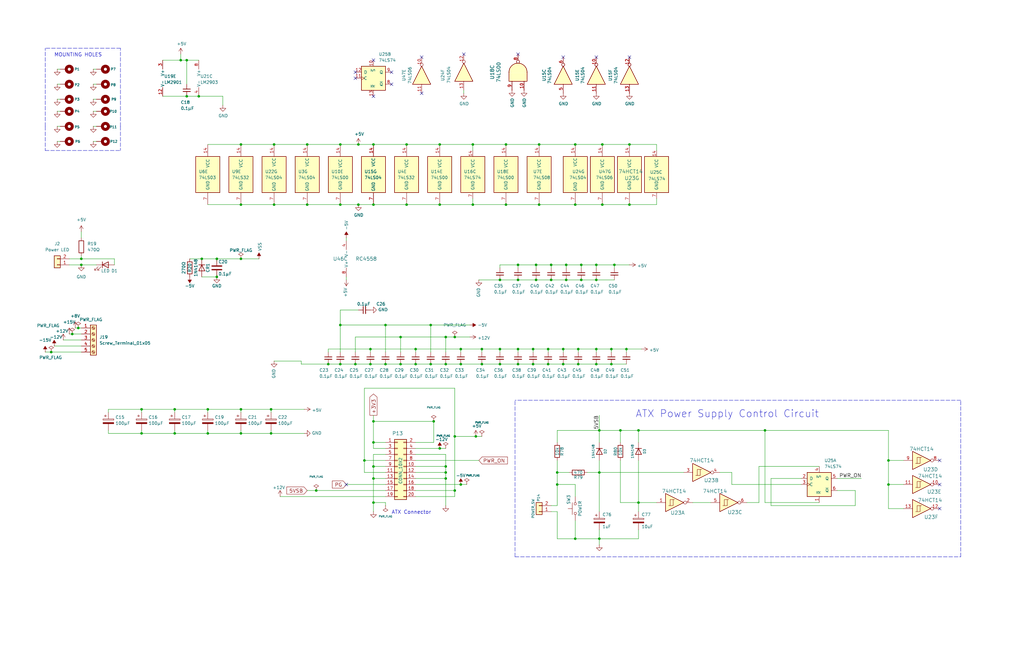
<source format=kicad_sch>
(kicad_sch (version 20231120) (generator "eeschema") (generator_version "8.0")
  (paper "USLedger")
  (title_block (title "TI-99/22") (date "2023-01-21") (rev "0.96") (company "Dan Werner - https://github.com/danwerner21/ti99_22") (comment 1 "Schematic for Keyboard, Joystick and Cassette port.") (comment 3 "was based on the HackMac KiCAD Design") (comment 4 "Based Robert Krenicki's design which") (comment 5 "Original - https://github.com/rkrenicki/TI99-Motherboard"))
  (lib_symbols
    (symbol "74xx:74LS00" (pin_names (offset 1.016))
      (property "Reference" "U" (at 0 1.27 0))
      (property "Value" "74LS00" (at 0 -1.27 0))
      (symbol "74LS00_1_1"
        (pin input line (at -7.62 2.54 0) (length 3.81) (name "~") (number "1"))
        (pin input line (at -7.62 -2.54 0) (length 3.81) (name "~") (number "2"))
        (pin output inverted (at 7.62 0 180) (length 3.81) (name "~") (number "3"))
      )
      (symbol "74LS00_1_2"
        (pin input inverted (at -7.62 2.54 0) (length 4.318) (name "~") (number "1"))
        (pin input inverted (at -7.62 -2.54 0) (length 4.318) (name "~") (number "2"))
        (pin output line (at 7.62 0 180) (length 3.81) (name "~") (number "3"))
      )
      (symbol "74LS00_2_1"
        (pin input line (at -7.62 2.54 0) (length 3.81) (name "~") (number "4"))
        (pin input line (at -7.62 -2.54 0) (length 3.81) (name "~") (number "5"))
        (pin output inverted (at 7.62 0 180) (length 3.81) (name "~") (number "6"))
      )
      (symbol "74LS00_2_2"
        (pin input inverted (at -7.62 2.54 0) (length 4.318) (name "~") (number "4"))
        (pin input inverted (at -7.62 -2.54 0) (length 4.318) (name "~") (number "5"))
        (pin output line (at 7.62 0 180) (length 3.81) (name "~") (number "6"))
      )
      (symbol "74LS00_3_1"
        (pin input line (at -7.62 -2.54 0) (length 3.81) (name "~") (number "10"))
        (pin output inverted (at 7.62 0 180) (length 3.81) (name "~") (number "8"))
        (pin input line (at -7.62 2.54 0) (length 3.81) (name "~") (number "9"))
      )
      (symbol "74LS00_3_2"
        (pin input inverted (at -7.62 -2.54 0) (length 4.318) (name "~") (number "10"))
        (pin output line (at 7.62 0 180) (length 3.81) (name "~") (number "8"))
        (pin input inverted (at -7.62 2.54 0) (length 4.318) (name "~") (number "9"))
      )
      (symbol "74LS00_4_1"
        (pin output inverted (at 7.62 0 180) (length 3.81) (name "~") (number "11"))
        (pin input line (at -7.62 2.54 0) (length 3.81) (name "~") (number "12"))
        (pin input line (at -7.62 -2.54 0) (length 3.81) (name "~") (number "13"))
      )
      (symbol "74LS00_4_2"
        (pin output line (at 7.62 0 180) (length 3.81) (name "~") (number "11"))
        (pin input inverted (at -7.62 2.54 0) (length 4.318) (name "~") (number "12"))
        (pin input inverted (at -7.62 -2.54 0) (length 4.318) (name "~") (number "13"))
      )
      (symbol "74LS00_5_0"
        (pin power_in line (at 0 12.7 270) (length 5.08) (name "VCC") (number "14"))
        (pin power_in line (at 0 -12.7 90) (length 5.08) (name "GND") (number "7"))
      )
    )
    (symbol "74xx:74LS03" (pin_names (offset 1.016))
      (property "Reference" "U" (at 0 1.27 0))
      (property "Value" "74LS03" (at 0 -1.27 0))
      (symbol "74LS03_1_1"
        (pin input line (at -7.62 2.54 0) (length 3.81) (name "~") (number "1"))
        (pin input line (at -7.62 -2.54 0) (length 3.81) (name "~") (number "2"))
        (pin open_collector inverted (at 7.62 0 180) (length 3.81) (name "~") (number "3"))
      )
      (symbol "74LS03_1_2"
        (pin input inverted (at -7.62 2.54 0) (length 4.318) (name "~") (number "1"))
        (pin input inverted (at -7.62 -2.54 0) (length 4.318) (name "~") (number "2"))
        (pin open_collector line (at 7.62 0 180) (length 3.81) (name "~") (number "3"))
      )
      (symbol "74LS03_2_1"
        (pin input line (at -7.62 2.54 0) (length 3.81) (name "~") (number "4"))
        (pin input line (at -7.62 -2.54 0) (length 3.81) (name "~") (number "5"))
        (pin open_collector inverted (at 7.62 0 180) (length 3.81) (name "~") (number "6"))
      )
      (symbol "74LS03_2_2"
        (pin input inverted (at -7.62 2.54 0) (length 4.318) (name "~") (number "4"))
        (pin input inverted (at -7.62 -2.54 0) (length 4.318) (name "~") (number "5"))
        (pin open_collector line (at 7.62 0 180) (length 3.81) (name "~") (number "6"))
      )
      (symbol "74LS03_3_1"
        (pin input line (at -7.62 -2.54 0) (length 3.81) (name "~") (number "10"))
        (pin open_collector inverted (at 7.62 0 180) (length 3.81) (name "~") (number "8"))
        (pin input line (at -7.62 2.54 0) (length 3.81) (name "~") (number "9"))
      )
      (symbol "74LS03_3_2"
        (pin input inverted (at -7.62 -2.54 0) (length 4.318) (name "~") (number "10"))
        (pin open_collector line (at 7.62 0 180) (length 3.81) (name "~") (number "8"))
        (pin input inverted (at -7.62 2.54 0) (length 4.318) (name "~") (number "9"))
      )
      (symbol "74LS03_4_1"
        (pin open_collector inverted (at 7.62 0 180) (length 3.81) (name "~") (number "11"))
        (pin input line (at -7.62 2.54 0) (length 3.81) (name "~") (number "12"))
        (pin input line (at -7.62 -2.54 0) (length 3.81) (name "~") (number "13"))
      )
      (symbol "74LS03_4_2"
        (pin open_collector line (at 7.62 0 180) (length 3.81) (name "~") (number "11"))
        (pin input inverted (at -7.62 2.54 0) (length 4.318) (name "~") (number "12"))
        (pin input inverted (at -7.62 -2.54 0) (length 4.318) (name "~") (number "13"))
      )
      (symbol "74LS03_5_0"
        (pin power_in line (at 0 12.7 270) (length 5.08) (name "VCC") (number "14"))
        (pin power_in line (at 0 -12.7 90) (length 5.08) (name "GND") (number "7"))
      )
    )
    (symbol "74xx:74LS04"
      (property "Reference" "U" (at 0 1.27 0))
      (property "Value" "74LS04" (at 0 -1.27 0))
      (symbol "74LS04_1_0"
        (pin input line (at -7.62 0 0) (length 3.81) (name "~") (number "1"))
        (pin output inverted (at 7.62 0 180) (length 3.81) (name "~") (number "2"))
      )
      (symbol "74LS04_2_0"
        (pin input line (at -7.62 0 0) (length 3.81) (name "~") (number "3"))
        (pin output inverted (at 7.62 0 180) (length 3.81) (name "~") (number "4"))
      )
      (symbol "74LS04_3_0"
        (pin input line (at -7.62 0 0) (length 3.81) (name "~") (number "5"))
        (pin output inverted (at 7.62 0 180) (length 3.81) (name "~") (number "6"))
      )
      (symbol "74LS04_4_0"
        (pin output inverted (at 7.62 0 180) (length 3.81) (name "~") (number "8"))
        (pin input line (at -7.62 0 0) (length 3.81) (name "~") (number "9"))
      )
      (symbol "74LS04_5_0"
        (pin output inverted (at 7.62 0 180) (length 3.81) (name "~") (number "10"))
        (pin input line (at -7.62 0 0) (length 3.81) (name "~") (number "11"))
      )
      (symbol "74LS04_6_0"
        (pin output inverted (at 7.62 0 180) (length 3.81) (name "~") (number "12"))
        (pin input line (at -7.62 0 0) (length 3.81) (name "~") (number "13"))
      )
      (symbol "74LS04_7_0"
        (pin power_in line (at 0 12.7 270) (length 5.08) (name "VCC") (number "14"))
        (pin power_in line (at 0 -12.7 90) (length 5.08) (name "GND") (number "7"))
      )
    )
    (symbol "74xx:74LS06" (pin_names (offset 1.016))
      (property "Reference" "U" (at 0 1.27 0))
      (property "Value" "74LS06" (at 0 -1.27 0))
      (symbol "74LS06_1_0"
        (pin input line (at -7.62 0 0) (length 3.81) (name "~") (number "1"))
        (pin open_collector inverted (at 7.62 0 180) (length 3.81) (name "~") (number "2"))
      )
      (symbol "74LS06_2_0"
        (pin input line (at -7.62 0 0) (length 3.81) (name "~") (number "3"))
        (pin open_collector inverted (at 7.62 0 180) (length 3.81) (name "~") (number "4"))
      )
      (symbol "74LS06_3_0"
        (pin input line (at -7.62 0 0) (length 3.81) (name "~") (number "5"))
        (pin open_collector inverted (at 7.62 0 180) (length 3.81) (name "~") (number "6"))
      )
      (symbol "74LS06_4_0"
        (pin open_collector inverted (at 7.62 0 180) (length 3.81) (name "~") (number "8"))
        (pin input line (at -7.62 0 0) (length 3.81) (name "~") (number "9"))
      )
      (symbol "74LS06_5_0"
        (pin open_collector inverted (at 7.62 0 180) (length 3.81) (name "~") (number "10"))
        (pin input line (at -7.62 0 0) (length 3.81) (name "~") (number "11"))
      )
      (symbol "74LS06_6_0"
        (pin open_collector inverted (at 7.62 0 180) (length 3.81) (name "~") (number "12"))
        (pin input line (at -7.62 0 0) (length 3.81) (name "~") (number "13"))
      )
      (symbol "74LS06_7_0"
        (pin power_in line (at 0 12.7 270) (length 5.08) (name "VCC") (number "14"))
        (pin power_in line (at 0 -12.7 90) (length 5.08) (name "GND") (number "7"))
      )
    )
    (symbol "74xx:74LS08" (pin_names (offset 1.016))
      (property "Reference" "U" (at 0 1.27 0))
      (property "Value" "74LS08" (at 0 -1.27 0))
      (symbol "74LS08_1_1"
        (pin input line (at -7.62 2.54 0) (length 3.81) (name "~") (number "1"))
        (pin input line (at -7.62 -2.54 0) (length 3.81) (name "~") (number "2"))
        (pin output line (at 7.62 0 180) (length 3.81) (name "~") (number "3"))
      )
      (symbol "74LS08_1_2"
        (pin input inverted (at -7.62 2.54 0) (length 4.318) (name "~") (number "1"))
        (pin input inverted (at -7.62 -2.54 0) (length 4.318) (name "~") (number "2"))
        (pin output inverted (at 7.62 0 180) (length 3.81) (name "~") (number "3"))
      )
      (symbol "74LS08_2_1"
        (pin input line (at -7.62 2.54 0) (length 3.81) (name "~") (number "4"))
        (pin input line (at -7.62 -2.54 0) (length 3.81) (name "~") (number "5"))
        (pin output line (at 7.62 0 180) (length 3.81) (name "~") (number "6"))
      )
      (symbol "74LS08_2_2"
        (pin input inverted (at -7.62 2.54 0) (length 4.318) (name "~") (number "4"))
        (pin input inverted (at -7.62 -2.54 0) (length 4.318) (name "~") (number "5"))
        (pin output inverted (at 7.62 0 180) (length 3.81) (name "~") (number "6"))
      )
      (symbol "74LS08_3_1"
        (pin input line (at -7.62 -2.54 0) (length 3.81) (name "~") (number "10"))
        (pin output line (at 7.62 0 180) (length 3.81) (name "~") (number "8"))
        (pin input line (at -7.62 2.54 0) (length 3.81) (name "~") (number "9"))
      )
      (symbol "74LS08_3_2"
        (pin input inverted (at -7.62 -2.54 0) (length 4.318) (name "~") (number "10"))
        (pin output inverted (at 7.62 0 180) (length 3.81) (name "~") (number "8"))
        (pin input inverted (at -7.62 2.54 0) (length 4.318) (name "~") (number "9"))
      )
      (symbol "74LS08_4_1"
        (pin output line (at 7.62 0 180) (length 3.81) (name "~") (number "11"))
        (pin input line (at -7.62 2.54 0) (length 3.81) (name "~") (number "12"))
        (pin input line (at -7.62 -2.54 0) (length 3.81) (name "~") (number "13"))
      )
      (symbol "74LS08_4_2"
        (pin output inverted (at 7.62 0 180) (length 3.81) (name "~") (number "11"))
        (pin input inverted (at -7.62 2.54 0) (length 4.318) (name "~") (number "12"))
        (pin input inverted (at -7.62 -2.54 0) (length 4.318) (name "~") (number "13"))
      )
      (symbol "74LS08_5_0"
        (pin power_in line (at 0 12.7 270) (length 5.08) (name "VCC") (number "14"))
        (pin power_in line (at 0 -12.7 90) (length 5.08) (name "GND") (number "7"))
      )
    )
    (symbol "74xx:74LS14" (pin_names (offset 1.016))
      (property "Reference" "U" (at 0 1.27 0))
      (property "Value" "74LS14" (at 0 -1.27 0))
      (symbol "74LS14_1_0"
        (pin input line (at -7.62 0 0) (length 3.81) (name "~") (number "1"))
        (pin output inverted (at 7.62 0 180) (length 3.81) (name "~") (number "2"))
      )
      (symbol "74LS14_2_0"
        (pin input line (at -7.62 0 0) (length 3.81) (name "~") (number "3"))
        (pin output inverted (at 7.62 0 180) (length 3.81) (name "~") (number "4"))
      )
      (symbol "74LS14_3_0"
        (pin input line (at -7.62 0 0) (length 3.81) (name "~") (number "5"))
        (pin output inverted (at 7.62 0 180) (length 3.81) (name "~") (number "6"))
      )
      (symbol "74LS14_4_0"
        (pin output inverted (at 7.62 0 180) (length 3.81) (name "~") (number "8"))
        (pin input line (at -7.62 0 0) (length 3.81) (name "~") (number "9"))
      )
      (symbol "74LS14_5_0"
        (pin output inverted (at 7.62 0 180) (length 3.81) (name "~") (number "10"))
        (pin input line (at -7.62 0 0) (length 3.81) (name "~") (number "11"))
      )
      (symbol "74LS14_6_0"
        (pin output inverted (at 7.62 0 180) (length 3.81) (name "~") (number "12"))
        (pin input line (at -7.62 0 0) (length 3.81) (name "~") (number "13"))
      )
      (symbol "74LS14_7_0"
        (pin power_in line (at 0 12.7 270) (length 5.08) (name "VCC") (number "14"))
        (pin power_in line (at 0 -12.7 90) (length 5.08) (name "GND") (number "7"))
      )
    )
    (symbol "74xx:74LS32" (pin_names (offset 1.016))
      (property "Reference" "U" (at 0 1.27 0))
      (property "Value" "74LS32" (at 0 -1.27 0))
      (symbol "74LS32_1_1"
        (pin input line (at -7.62 2.54 0) (length 4.318) (name "~") (number "1"))
        (pin input line (at -7.62 -2.54 0) (length 4.318) (name "~") (number "2"))
        (pin output line (at 7.62 0 180) (length 3.81) (name "~") (number "3"))
      )
      (symbol "74LS32_1_2"
        (pin input inverted (at -7.62 2.54 0) (length 3.81) (name "~") (number "1"))
        (pin input inverted (at -7.62 -2.54 0) (length 3.81) (name "~") (number "2"))
        (pin output inverted (at 7.62 0 180) (length 3.81) (name "~") (number "3"))
      )
      (symbol "74LS32_2_1"
        (pin input line (at -7.62 2.54 0) (length 4.318) (name "~") (number "4"))
        (pin input line (at -7.62 -2.54 0) (length 4.318) (name "~") (number "5"))
        (pin output line (at 7.62 0 180) (length 3.81) (name "~") (number "6"))
      )
      (symbol "74LS32_2_2"
        (pin input inverted (at -7.62 2.54 0) (length 3.81) (name "~") (number "4"))
        (pin input inverted (at -7.62 -2.54 0) (length 3.81) (name "~") (number "5"))
        (pin output inverted (at 7.62 0 180) (length 3.81) (name "~") (number "6"))
      )
      (symbol "74LS32_3_1"
        (pin input line (at -7.62 -2.54 0) (length 4.318) (name "~") (number "10"))
        (pin output line (at 7.62 0 180) (length 3.81) (name "~") (number "8"))
        (pin input line (at -7.62 2.54 0) (length 4.318) (name "~") (number "9"))
      )
      (symbol "74LS32_3_2"
        (pin input inverted (at -7.62 -2.54 0) (length 3.81) (name "~") (number "10"))
        (pin output inverted (at 7.62 0 180) (length 3.81) (name "~") (number "8"))
        (pin input inverted (at -7.62 2.54 0) (length 3.81) (name "~") (number "9"))
      )
      (symbol "74LS32_4_1"
        (pin output line (at 7.62 0 180) (length 3.81) (name "~") (number "11"))
        (pin input line (at -7.62 2.54 0) (length 4.318) (name "~") (number "12"))
        (pin input line (at -7.62 -2.54 0) (length 4.318) (name "~") (number "13"))
      )
      (symbol "74LS32_4_2"
        (pin output inverted (at 7.62 0 180) (length 3.81) (name "~") (number "11"))
        (pin input inverted (at -7.62 2.54 0) (length 3.81) (name "~") (number "12"))
        (pin input inverted (at -7.62 -2.54 0) (length 3.81) (name "~") (number "13"))
      )
      (symbol "74LS32_5_0"
        (pin power_in line (at 0 12.7 270) (length 5.08) (name "VCC") (number "14"))
        (pin power_in line (at 0 -12.7 90) (length 5.08) (name "GND") (number "7"))
      )
    )
    (symbol "74xx:74LS74" (pin_names (offset 1.016))
      (property "Reference" "U" (at -7.62 8.89 0))
      (property "Value" "74LS74" (at -7.62 -8.89 0))
      (symbol "74LS74_1_0"
        (pin input line (at 0 -7.62 90) (length 2.54) (name "~{R}") (number "1"))
        (pin input line (at -7.62 2.54 0) (length 2.54) (name "D") (number "2"))
        (pin input clock (at -7.62 0 0) (length 2.54) (name "C") (number "3"))
        (pin input line (at 0 7.62 270) (length 2.54) (name "~{S}") (number "4"))
        (pin output line (at 7.62 2.54 180) (length 2.54) (name "Q") (number "5"))
        (pin output line (at 7.62 -2.54 180) (length 2.54) (name "~{Q}") (number "6"))
      )
      (symbol "74LS74_2_0"
        (pin input line (at 0 7.62 270) (length 2.54) (name "~{S}") (number "10"))
        (pin input clock (at -7.62 0 0) (length 2.54) (name "C") (number "11"))
        (pin input line (at -7.62 2.54 0) (length 2.54) (name "D") (number "12"))
        (pin input line (at 0 -7.62 90) (length 2.54) (name "~{R}") (number "13"))
        (pin output line (at 7.62 -2.54 180) (length 2.54) (name "~{Q}") (number "8"))
        (pin output line (at 7.62 2.54 180) (length 2.54) (name "Q") (number "9"))
      )
      (symbol "74LS74_3_0"
        (pin power_in line (at 0 10.16 270) (length 2.54) (name "VCC") (number "14"))
        (pin power_in line (at 0 -10.16 90) (length 2.54) (name "GND") (number "7"))
      )
    )
    (symbol "Amplifier_Operational:RC4558" (pin_names (offset 0.127))
      (property "Reference" "U" (at 0 5.08 0))
      (property "Value" "RC4558" (at 0 -5.08 0))
      (symbol "RC4558_1_1"
        (pin output line (at 7.62 0 180) (length 2.54) (name "~") (number "1"))
        (pin input line (at -7.62 -2.54 0) (length 2.54) (name "-") (number "2"))
        (pin input line (at -7.62 2.54 0) (length 2.54) (name "+") (number "3"))
      )
      (symbol "RC4558_2_1"
        (pin input line (at -7.62 2.54 0) (length 2.54) (name "+") (number "5"))
        (pin input line (at -7.62 -2.54 0) (length 2.54) (name "-") (number "6"))
        (pin output line (at 7.62 0 180) (length 2.54) (name "~") (number "7"))
      )
      (symbol "RC4558_3_1"
        (pin power_in line (at -2.54 -7.62 90) (length 3.81) (name "V-") (number "4"))
        (pin power_in line (at -2.54 7.62 270) (length 3.81) (name "V+") (number "8"))
      )
    )
    (symbol "Comparator:LM2901" (pin_names (offset 0.127))
      (property "Reference" "U" (at 0 5.08 0))
      (property "Value" "LM2901" (at 0 -5.08 0))
      (symbol "LM2901_1_1"
        (pin open_collector line (at 7.62 0 180) (length 2.54) (name "~") (number "2"))
        (pin input line (at -7.62 -2.54 0) (length 2.54) (name "-") (number "4"))
        (pin input line (at -7.62 2.54 0) (length 2.54) (name "+") (number "5"))
      )
      (symbol "LM2901_2_1"
        (pin open_collector line (at 7.62 0 180) (length 2.54) (name "~") (number "1"))
        (pin input line (at -7.62 -2.54 0) (length 2.54) (name "-") (number "6"))
        (pin input line (at -7.62 2.54 0) (length 2.54) (name "+") (number "7"))
      )
      (symbol "LM2901_3_1"
        (pin input line (at -7.62 -2.54 0) (length 2.54) (name "-") (number "10"))
        (pin input line (at -7.62 2.54 0) (length 2.54) (name "+") (number "11"))
        (pin open_collector line (at 7.62 0 180) (length 2.54) (name "~") (number "13"))
      )
      (symbol "LM2901_4_1"
        (pin open_collector line (at 7.62 0 180) (length 2.54) (name "~") (number "14"))
        (pin input line (at -7.62 -2.54 0) (length 2.54) (name "-") (number "8"))
        (pin input line (at -7.62 2.54 0) (length 2.54) (name "+") (number "9"))
      )
      (symbol "LM2901_5_1"
        (pin power_in line (at -2.54 -7.62 90) (length 3.81) (name "V-") (number "12"))
        (pin power_in line (at -2.54 7.62 270) (length 3.81) (name "V+") (number "3"))
      )
    )
    (symbol "Comparator:LM2903" (pin_names (offset 0.127))
      (property "Reference" "U" (at 3.81 3.81 0))
      (property "Value" "LM2903" (at 6.35 -3.81 0))
      (symbol "LM2903_1_1"
        (pin open_collector line (at 7.62 0 180) (length 2.54) (name "~") (number "1"))
        (pin input line (at -7.62 -2.54 0) (length 2.54) (name "-") (number "2"))
        (pin input line (at -7.62 2.54 0) (length 2.54) (name "+") (number "3"))
      )
      (symbol "LM2903_2_1"
        (pin input line (at -7.62 2.54 0) (length 2.54) (name "+") (number "5"))
        (pin input line (at -7.62 -2.54 0) (length 2.54) (name "-") (number "6"))
        (pin open_collector line (at 7.62 0 180) (length 2.54) (name "~") (number "7"))
      )
      (symbol "LM2903_3_1"
        (pin power_in line (at -2.54 -7.62 90) (length 3.81) (name "V-") (number "4"))
        (pin power_in line (at -2.54 7.62 270) (length 3.81) (name "V+") (number "8"))
      )
    )
    (symbol "Connector:Screw_Terminal_01x05" (pin_names (offset 1.016) hide)
      (property "Reference" "J" (at 0 7.62 0))
      (property "Value" "Screw_Terminal_01x05" (at 0 -7.62 0))
      (symbol "Screw_Terminal_01x05_1_1"
        (pin passive line (at -5.08 5.08 0) (length 3.81) (name "Pin_1") (number "1"))
        (pin passive line (at -5.08 2.54 0) (length 3.81) (name "Pin_2") (number "2"))
        (pin passive line (at -5.08 0 0) (length 3.81) (name "Pin_3") (number "3"))
        (pin passive line (at -5.08 -2.54 0) (length 3.81) (name "Pin_4") (number "4"))
        (pin passive line (at -5.08 -5.08 0) (length 3.81) (name "Pin_5") (number "5"))
      )
    )
    (symbol "Connector_Generic:Conn_01x02" (pin_names (offset 1.016) hide)
      (property "Reference" "J" (at 0 2.54 0))
      (property "Value" "Conn_01x02" (at 0 -5.08 0))
      (symbol "Conn_01x02_1_1"
        (pin passive line (at -5.08 0 0) (length 3.81) (name "Pin_1") (number "1"))
        (pin passive line (at -5.08 -2.54 0) (length 3.81) (name "Pin_2") (number "2"))
      )
    )
    (symbol "Connector_Generic:Conn_02x10_Odd_Even" (pin_names (offset 1.016) hide)
      (property "Reference" "J" (at 1.27 12.7 0))
      (property "Value" "Conn_02x10_Odd_Even" (at 1.27 -15.24 0))
      (symbol "Conn_02x10_Odd_Even_1_1"
        (pin passive line (at -5.08 10.16 0) (length 3.81) (name "Pin_1") (number "1"))
        (pin passive line (at 7.62 0 180) (length 3.81) (name "Pin_10") (number "10"))
        (pin passive line (at -5.08 -2.54 0) (length 3.81) (name "Pin_11") (number "11"))
        (pin passive line (at 7.62 -2.54 180) (length 3.81) (name "Pin_12") (number "12"))
        (pin passive line (at -5.08 -5.08 0) (length 3.81) (name "Pin_13") (number "13"))
        (pin passive line (at 7.62 -5.08 180) (length 3.81) (name "Pin_14") (number "14"))
        (pin passive line (at -5.08 -7.62 0) (length 3.81) (name "Pin_15") (number "15"))
        (pin passive line (at 7.62 -7.62 180) (length 3.81) (name "Pin_16") (number "16"))
        (pin passive line (at -5.08 -10.16 0) (length 3.81) (name "Pin_17") (number "17"))
        (pin passive line (at 7.62 -10.16 180) (length 3.81) (name "Pin_18") (number "18"))
        (pin passive line (at -5.08 -12.7 0) (length 3.81) (name "Pin_19") (number "19"))
        (pin passive line (at 7.62 10.16 180) (length 3.81) (name "Pin_2") (number "2"))
        (pin passive line (at 7.62 -12.7 180) (length 3.81) (name "Pin_20") (number "20"))
        (pin passive line (at -5.08 7.62 0) (length 3.81) (name "Pin_3") (number "3"))
        (pin passive line (at 7.62 7.62 180) (length 3.81) (name "Pin_4") (number "4"))
        (pin passive line (at -5.08 5.08 0) (length 3.81) (name "Pin_5") (number "5"))
        (pin passive line (at 7.62 5.08 180) (length 3.81) (name "Pin_6") (number "6"))
        (pin passive line (at -5.08 2.54 0) (length 3.81) (name "Pin_7") (number "7"))
        (pin passive line (at 7.62 2.54 180) (length 3.81) (name "Pin_8") (number "8"))
        (pin passive line (at -5.08 0 0) (length 3.81) (name "Pin_9") (number "9"))
      )
    )
    (symbol "Device:C" (pin_numbers hide) (pin_names (offset 0.254))
      (property "Reference" "C" (at 0.635 2.54 0))
      (property "Value" "C" (at 0.635 -2.54 0))
      (symbol "C_1_1"
        (pin passive line (at 0 3.81 270) (length 2.794) (name "~") (number "1"))
        (pin passive line (at 0 -3.81 90) (length 2.794) (name "~") (number "2"))
      )
    )
    (symbol "Device:C_Polarized" (pin_numbers hide) (pin_names (offset 0.254))
      (property "Reference" "C" (at 0.635 2.54 0))
      (property "Value" "C_Polarized" (at 0.635 -2.54 0))
      (symbol "C_Polarized_1_1"
        (pin passive line (at 0 3.81 270) (length 2.794) (name "~") (number "1"))
        (pin passive line (at 0 -3.81 90) (length 2.794) (name "~") (number "2"))
      )
    )
    (symbol "Device:C_Small" (pin_numbers hide) (pin_names (offset 0.254) hide)
      (property "Reference" "C" (at 0.254 1.778 0))
      (property "Value" "C_Small" (at 0.254 -2.032 0))
      (symbol "C_Small_1_1"
        (pin passive line (at 0 2.54 270) (length 2.032) (name "~") (number "1"))
        (pin passive line (at 0 -2.54 90) (length 2.032) (name "~") (number "2"))
      )
    )
    (symbol "Device:D" (pin_numbers hide) (pin_names (offset 1.016) hide)
      (property "Reference" "D" (at 0 2.54 0))
      (property "Value" "D" (at 0 -2.54 0))
      (symbol "D_1_1"
        (pin passive line (at -3.81 0 0) (length 2.54) (name "K") (number "1"))
        (pin passive line (at 3.81 0 180) (length 2.54) (name "A") (number "2"))
      )
    )
    (symbol "Device:LED" (pin_numbers hide) (pin_names (offset 1.016) hide)
      (property "Reference" "D" (at 0 2.54 0))
      (property "Value" "LED" (at 0 -2.54 0))
      (symbol "LED_1_1"
        (pin passive line (at -3.81 0 0) (length 2.54) (name "K") (number "1"))
        (pin passive line (at 3.81 0 180) (length 2.54) (name "A") (number "2"))
      )
    )
    (symbol "Device:R" (pin_numbers hide) (pin_names (offset 0))
      (property "Reference" "R" (at 2.032 0 90))
      (property "Value" "R" (at 0 0 90))
      (symbol "R_1_1"
        (pin passive line (at 0 3.81 270) (length 1.27) (name "~") (number "1"))
        (pin passive line (at 0 -3.81 90) (length 1.27) (name "~") (number "2"))
      )
    )
    (symbol "Mechanical:MountingHole_Pad" (pin_numbers hide) (pin_names (offset 1.016) hide) (exclude_from_sim yes) (in_bom no)
      (property "Reference" "H" (at 0 6.35 0))
      (property "Value" "MountingHole_Pad" (at 0 4.445 0))
      (symbol "MountingHole_Pad_1_1"
        (pin input line (at 0 -2.54 90) (length 2.54) (name "1") (number "1"))
      )
    )
    (symbol "Switch:SW_Push" (pin_numbers hide) (pin_names (offset 1.016) hide)
      (property "Reference" "SW" (at 1.27 2.54 0))
      (property "Value" "SW_Push" (at 0 -1.524 0))
      (symbol "SW_Push_0_1"
        (pin passive line (at -5.08 0 0) (length 2.54) (name "1") (number "1"))
        (pin passive line (at 5.08 0 180) (length 2.54) (name "2") (number "2"))
      )
    )
    (symbol "power:+12V" (power) (pin_numbers hide) (pin_names (offset 0) hide)
      (property "Value" "+12V" (at 0 3.556 0))
      (symbol "+12V_1_1"
        (pin power_in line (at 0 0 90) (length 0) (name "~") (number "1"))
      )
    )
    (symbol "power:+15V" (power) (pin_numbers hide) (pin_names (offset 0) hide)
      (property "Value" "+15V" (at 0 3.556 0))
      (symbol "+15V_1_1"
        (pin power_in line (at 0 0 90) (length 0) (name "~") (number "1"))
      )
    )
    (symbol "power:+5V" (power) (pin_numbers hide) (pin_names (offset 0) hide)
      (property "Value" "+5V" (at 0 3.556 0))
      (symbol "+5V_1_1"
        (pin power_in line (at 0 0 90) (length 0) (name "~") (number "1"))
      )
    )
    (symbol "power:+8V" (power) (pin_numbers hide) (pin_names (offset 0) hide)
      (property "Value" "+8V" (at 0 3.556 0))
      (symbol "+8V_1_1"
        (pin power_in line (at 0 0 90) (length 0) (name "~") (number "1"))
      )
    )
    (symbol "power:-12V" (power) (pin_numbers hide) (pin_names (offset 0) hide)
      (property "Value" "-12V" (at 0 3.556 0))
      (symbol "-12V_0_0"
        (pin power_in line (at 0 0 90) (length 0) (name "~") (number "1"))
      )
    )
    (symbol "power:-15V" (power) (pin_numbers hide) (pin_names (offset 0) hide)
      (property "Value" "-15V" (at 0 3.556 0))
      (symbol "-15V_0_0"
        (pin power_in line (at 0 0 90) (length 0) (name "~") (number "1"))
      )
    )
    (symbol "power:-5V" (power) (pin_numbers hide) (pin_names (offset 0) hide)
      (property "Value" "-5V" (at 0 3.556 0))
      (symbol "-5V_0_0"
        (pin power_in line (at 0 0 90) (length 0) (name "~") (number "1"))
      )
    )
    (symbol "power:GND" (power) (pin_numbers hide) (pin_names (offset 0) hide)
      (property "Value" "GND" (at 0 -3.81 0))
      (symbol "GND_1_1"
        (pin power_in line (at 0 0 270) (length 0) (name "~") (number "1"))
      )
    )
    (symbol "power:PWR_FLAG" (power) (pin_numbers hide) (pin_names (offset 0) hide)
      (property "Value" "PWR_FLAG" (at 0 3.81 0))
      (symbol "PWR_FLAG_0_0"
        (pin power_out line (at 0 0 90) (length 0) (name "~") (number "1"))
      )
    )
    (symbol "power:VSS" (power) (pin_numbers hide) (pin_names (offset 0) hide)
      (property "Value" "VSS" (at 0 3.556 0))
      (symbol "VSS_1_1"
        (pin power_in line (at 0 0 90) (length 0) (name "~") (number "1"))
      )
    )
  )
  (junction (at 238.76 118.11))
  (junction (at 76.2 25.4))
  (junction (at 218.44 147.32))
  (junction (at 91.44 116.84))
  (junction (at 251.46 118.11))
  (junction (at 101.6 86.36))
  (junction (at 138.43 153.67))
  (junction (at 265.43 86.36))
  (junction (at 157.48 201.93))
  (junction (at 157.48 60.96))
  (junction (at 78.74 25.4))
  (junction (at 374.65 204.47))
  (junction (at 237.49 147.32))
  (junction (at 156.21 153.67))
  (junction (at 185.42 86.36))
  (junction (at 187.96 196.85))
  (junction (at 213.36 60.96))
  (junction (at 232.41 118.11))
  (junction (at 185.42 189.23))
  (junction (at 191.77 207.01))
  (junction (at 115.57 86.36))
  (junction (at 237.49 153.67))
  (junction (at 234.95 199.39))
  (junction (at 157.48 212.09))
  (junction (at 129.54 86.36))
  (junction (at 257.81 147.32))
  (junction (at 194.31 204.47))
  (junction (at 182.88 177.8))
  (junction (at 252.73 227.33))
  (junction (at 101.6 182.88))
  (junction (at 133.35 207.01))
  (junction (at 257.81 153.67))
  (junction (at 242.57 227.33))
  (junction (at 143.51 60.96))
  (junction (at 251.46 147.32))
  (junction (at 238.76 111.76))
  (junction (at 200.66 184.15))
  (junction (at 252.73 199.39))
  (junction (at 234.95 204.47))
  (junction (at 101.6 109.22))
  (junction (at 199.39 60.96))
  (junction (at 83.82 40.64))
  (junction (at 175.26 147.32))
  (junction (at 194.31 153.67))
  (junction (at 191.77 142.24))
  (junction (at 101.6 60.96))
  (junction (at 34.29 109.22))
  (junction (at 322.58 181.61))
  (junction (at 213.36 86.36))
  (junction (at 264.16 147.32))
  (junction (at 168.91 153.67))
  (junction (at 187.96 199.39))
  (junction (at 73.66 182.88))
  (junction (at 78.74 40.64))
  (junction (at 251.46 153.67))
  (junction (at 269.24 212.09))
  (junction (at 226.06 118.11))
  (junction (at 30.48 140.97))
  (junction (at 187.96 153.67))
  (junction (at 87.63 172.72))
  (junction (at 156.21 147.32))
  (junction (at 194.31 147.32))
  (junction (at 115.57 60.96))
  (junction (at 157.48 86.36))
  (junction (at 181.61 153.67))
  (junction (at 162.56 153.67))
  (junction (at 187.96 201.93))
  (junction (at 251.46 111.76))
  (junction (at 21.59 148.59))
  (junction (at 242.57 60.96))
  (junction (at 114.3 182.88))
  (junction (at 265.43 60.96))
  (junction (at 227.33 60.96))
  (junction (at 181.61 137.16))
  (junction (at 171.45 86.36))
  (junction (at 226.06 111.76))
  (junction (at 151.13 86.36))
  (junction (at 210.82 153.67))
  (junction (at 199.39 86.36))
  (junction (at 261.62 181.61))
  (junction (at 259.08 111.76))
  (junction (at 185.42 60.96))
  (junction (at 224.79 147.32))
  (junction (at 162.56 137.16))
  (junction (at 175.26 153.67))
  (junction (at 87.63 182.88))
  (junction (at 218.44 111.76))
  (junction (at 243.84 153.67))
  (junction (at 187.96 142.24))
  (junction (at 269.24 181.61))
  (junction (at 218.44 118.11))
  (junction (at 85.09 109.22))
  (junction (at 91.44 109.22))
  (junction (at 254 60.96))
  (junction (at 374.65 194.31))
  (junction (at 203.2 153.67))
  (junction (at 203.2 147.32))
  (junction (at 210.82 118.11))
  (junction (at 232.41 111.76))
  (junction (at 231.14 153.67))
  (junction (at 224.79 153.67))
  (junction (at 191.77 184.15))
  (junction (at 73.66 172.72))
  (junction (at 143.51 86.36))
  (junction (at 245.11 118.11))
  (junction (at 101.6 172.72))
  (junction (at 227.33 86.36))
  (junction (at 129.54 60.96))
  (junction (at 34.29 111.76))
  (junction (at 245.11 111.76))
  (junction (at 143.51 137.16))
  (junction (at 153.67 194.31))
  (junction (at 59.69 172.72))
  (junction (at 254 86.36))
  (junction (at 242.57 86.36))
  (junction (at 143.51 153.67))
  (junction (at 149.86 153.67))
  (junction (at 218.44 153.67))
  (junction (at 171.45 60.96))
  (junction (at 157.48 177.8))
  (junction (at 231.14 147.32))
  (junction (at 252.73 181.61))
  (junction (at 157.48 196.85))
  (junction (at 157.48 186.69))
  (junction (at 243.84 147.32))
  (junction (at 168.91 142.24))
  (junction (at 59.69 182.88))
  (junction (at 33.02 138.43))
  (junction (at 151.13 60.96))
  (junction (at 114.3 172.72))
  (junction (at 210.82 147.32))
  (no_connect (at 396.24 194.31))
  (no_connect (at 165.1 30.48))
  (no_connect (at 157.48 40.64))
  (no_connect (at 149.86 33.02))
  (no_connect (at 195.58 22.86))
  (no_connect (at 149.86 30.48))
  (no_connect (at 177.8 39.37))
  (no_connect (at 177.8 24.13))
  (no_connect (at 251.46 24.13))
  (no_connect (at 237.49 24.13))
  (no_connect (at 396.24 204.47))
  (no_connect (at 265.43 24.13))
  (no_connect (at 157.48 25.4))
  (no_connect (at 218.44 22.86))
  (no_connect (at 396.24 214.63))
  (no_connect (at 146.05 204.47))
  (no_connect (at 165.1 35.56))
  (wire (pts (xy 33.02 138.43) (xy 34.29 138.43)))
  (wire (pts (xy 59.69 172.72) (xy 45.72 172.72)))
  (wire (pts (xy 187.96 201.93) (xy 187.96 199.39)))
  (wire (pts (xy 114.3 172.72) (xy 114.3 173.99)))
  (wire (pts (xy 182.88 186.69) (xy 182.88 177.8)))
  (wire (pts (xy 374.65 214.63) (xy 381 214.63)))
  (wire (pts (xy 181.61 148.59) (xy 181.61 137.16)))
  (wire (pts (xy 210.82 147.32) (xy 218.44 147.32)))
  (wire (pts (xy 162.56 204.47) (xy 146.05 204.47)))
  (wire (pts (xy 325.12 213.36) (xy 325.12 201.93)))
  (wire (pts (xy 191.77 184.15) (xy 200.66 184.15)))
  (wire (pts (xy 252.73 227.33) (xy 252.73 229.87)))
  (wire (pts (xy 168.91 153.67) (xy 162.56 153.67)))
  (wire (pts (xy 218.44 118.11) (xy 226.06 118.11)))
  (wire (pts (xy 73.66 172.72) (xy 73.66 173.99)))
  (wire (pts (xy 345.44 196.85) (xy 320.04 196.85)))
  (wire (pts (xy 218.44 111.76) (xy 226.06 111.76)))
  (wire (pts (xy 171.45 86.36) (xy 185.42 86.36)))
  (wire (pts (xy 252.73 223.52) (xy 252.73 227.33)))
  (wire (pts (xy 238.76 111.76) (xy 238.76 113.03)))
  (wire (pts (xy 187.96 213.36) (xy 187.96 201.93)))
  (wire (pts (xy 252.73 181.61) (xy 252.73 186.69)))
  (wire (pts (xy 322.58 181.61) (xy 322.58 212.09)))
  (wire (pts (xy 87.63 172.72) (xy 87.63 173.99)))
  (wire (pts (xy 203.2 147.32) (xy 203.2 148.59)))
  (wire (pts (xy 138.43 148.59) (xy 138.43 147.32)))
  (wire (pts (xy 269.24 227.33) (xy 252.73 227.33)))
  (wire (pts (xy 242.57 219.71) (xy 242.57 227.33)))
  (wire (pts (xy 129.54 86.36) (xy 143.51 86.36)))
  (wire (pts (xy 59.69 172.72) (xy 59.69 173.99)))
  (wire (pts (xy 87.63 172.72) (xy 73.66 172.72)))
  (wire (pts (xy 24.13 59.69) (xy 25.4 59.69)))
  (wire (pts (xy 194.31 147.32) (xy 203.2 147.32)))
  (wire (pts (xy 374.65 204.47) (xy 381 204.47)))
  (wire (pts (xy 175.26 191.77) (xy 187.96 191.77)))
  (wire (pts (xy 101.6 109.22) (xy 109.22 109.22)))
  (wire (pts (xy 78.74 25.4) (xy 78.74 35.56)))
  (wire (pts (xy 143.51 153.67) (xy 149.86 153.67)))
  (wire (pts (xy 269.24 223.52) (xy 269.24 227.33)))
  (wire (pts (xy 151.13 86.36) (xy 157.48 86.36)))
  (wire (pts (xy 226.06 111.76) (xy 232.41 111.76)))
  (wire (pts (xy 231.14 147.32) (xy 231.14 148.59)))
  (wire (pts (xy 31.75 138.43) (xy 33.02 138.43)))
  (wire (pts (xy 24.13 53.34) (xy 25.4 53.34)))
  (wire (pts (xy 168.91 142.24) (xy 187.96 142.24)))
  (wire (pts (xy 157.48 212.09) (xy 162.56 212.09)))
  (wire (pts (xy 146.05 116.84) (xy 146.05 118.11)))
  (wire (pts (xy 162.56 148.59) (xy 162.56 137.16)))
  (wire (pts (xy 218.44 147.32) (xy 224.79 147.32)))
  (wire (pts (xy 251.46 147.32) (xy 251.46 148.59)))
  (wire (pts (xy 39.37 59.69) (xy 40.64 59.69)))
  (wire (pts (xy 251.46 153.67) (xy 257.81 153.67)))
  (wire (pts (xy 39.37 35.56) (xy 40.64 35.56)))
  (wire (pts (xy 157.48 177.8) (xy 157.48 186.69)))
  (wire (pts (xy 157.48 189.23) (xy 162.56 189.23)))
  (wire (pts (xy 78.74 25.4) (xy 83.82 25.4)))
  (wire (pts (xy 187.96 142.24) (xy 191.77 142.24)))
  (wire (pts (xy 226.06 111.76) (xy 226.06 113.03)))
  (wire (pts (xy 261.62 181.61) (xy 269.24 181.61)))
  (wire (pts (xy 252.73 194.31) (xy 252.73 199.39)))
  (wire (pts (xy 276.86 83.82) (xy 276.86 86.36)))
  (wire (pts (xy 242.57 204.47) (xy 242.57 209.55)))
  (polyline (pts (xy 50.8 53.34) (xy 50.8 63.5)) (stroke (width 0) (type dash)))
  (wire (pts (xy 45.72 172.72) (xy 45.72 173.99)))
  (wire (pts (xy 226.06 118.11) (xy 232.41 118.11)))
  (wire (pts (xy 345.44 212.09) (xy 322.58 212.09)))
  (wire (pts (xy 191.77 207.01) (xy 191.77 184.15)))
  (wire (pts (xy 199.39 86.36) (xy 199.39 83.82)))
  (wire (pts (xy 175.26 186.69) (xy 182.88 186.69)))
  (wire (pts (xy 203.2 147.32) (xy 210.82 147.32)))
  (wire (pts (xy 101.6 182.88) (xy 87.63 182.88)))
  (wire (pts (xy 157.48 191.77) (xy 162.56 191.77)))
  (wire (pts (xy 231.14 153.67) (xy 237.49 153.67)))
  (wire (pts (xy 143.51 60.96) (xy 151.13 60.96)))
  (wire (pts (xy 175.26 201.93) (xy 187.96 201.93)))
  (polyline (pts (xy 405.13 234.95) (xy 405.13 168.91)) (stroke (width 0) (type dash)))
  (polyline (pts (xy 405.13 168.91) (xy 217.17 168.91)) (stroke (width 0) (type dash)))
  (wire (pts (xy 182.88 177.8) (xy 157.48 177.8)))
  (wire (pts (xy 162.56 137.16) (xy 181.61 137.16)))
  (wire (pts (xy 76.2 25.4) (xy 78.74 25.4)))
  (wire (pts (xy 162.56 199.39) (xy 153.67 199.39)))
  (wire (pts (xy 265.43 60.96) (xy 276.86 60.96)))
  (wire (pts (xy 269.24 194.31) (xy 269.24 212.09)))
  (wire (pts (xy 308.61 204.47) (xy 337.82 204.47)))
  (wire (pts (xy 251.46 111.76) (xy 259.08 111.76)))
  (wire (pts (xy 243.84 147.32) (xy 243.84 148.59)))
  (wire (pts (xy 24.13 46.99) (xy 25.4 46.99)))
  (wire (pts (xy 374.65 204.47) (xy 374.65 214.63)))
  (wire (pts (xy 149.86 142.24) (xy 168.91 142.24)))
  (wire (pts (xy 68.58 40.64) (xy 78.74 40.64)))
  (wire (pts (xy 238.76 111.76) (xy 245.11 111.76)))
  (wire (pts (xy 175.26 189.23) (xy 185.42 189.23)))
  (wire (pts (xy 252.73 175.26) (xy 252.73 181.61)))
  (wire (pts (xy 157.48 201.93) (xy 157.48 196.85)))
  (wire (pts (xy 73.66 181.61) (xy 73.66 182.88)))
  (wire (pts (xy 360.68 207.01) (xy 360.68 213.36)))
  (wire (pts (xy 210.82 111.76) (xy 210.82 113.03)))
  (wire (pts (xy 199.39 60.96) (xy 199.39 63.5)))
  (wire (pts (xy 143.51 86.36) (xy 151.13 86.36)))
  (wire (pts (xy 175.26 196.85) (xy 187.96 196.85)))
  (wire (pts (xy 80.01 109.22) (xy 85.09 109.22)))
  (wire (pts (xy 39.37 53.34) (xy 40.64 53.34)))
  (wire (pts (xy 175.26 209.55) (xy 191.77 209.55)))
  (wire (pts (xy 257.81 153.67) (xy 264.16 153.67)))
  (wire (pts (xy 34.29 109.22) (xy 29.21 109.22)))
  (wire (pts (xy 303.53 199.39) (xy 308.61 199.39)))
  (wire (pts (xy 252.73 181.61) (xy 261.62 181.61)))
  (wire (pts (xy 243.84 153.67) (xy 251.46 153.67)))
  (wire (pts (xy 127 153.67) (xy 127 152.4)))
  (wire (pts (xy 374.65 181.61) (xy 374.65 194.31)))
  (wire (pts (xy 251.46 147.32) (xy 257.81 147.32)))
  (wire (pts (xy 83.82 40.64) (xy 93.98 40.64)))
  (wire (pts (xy 26.67 143.51) (xy 34.29 143.51)))
  (wire (pts (xy 143.51 148.59) (xy 143.51 137.16)))
  (wire (pts (xy 245.11 111.76) (xy 251.46 111.76)))
  (wire (pts (xy 325.12 201.93) (xy 337.82 201.93)))
  (wire (pts (xy 175.26 204.47) (xy 194.31 204.47)))
  (wire (pts (xy 59.69 181.61) (xy 59.69 182.88)))
  (wire (pts (xy 231.14 147.32) (xy 237.49 147.32)))
  (wire (pts (xy 157.48 215.9) (xy 157.48 212.09)))
  (wire (pts (xy 93.98 40.64) (xy 93.98 44.45)))
  (wire (pts (xy 243.84 147.32) (xy 251.46 147.32)))
  (wire (pts (xy 254 60.96) (xy 265.43 60.96)))
  (wire (pts (xy 218.44 111.76) (xy 218.44 113.03)))
  (wire (pts (xy 199.39 86.36) (xy 213.36 86.36)))
  (wire (pts (xy 162.56 186.69) (xy 157.48 186.69)))
  (wire (pts (xy 232.41 111.76) (xy 238.76 111.76)))
  (wire (pts (xy 257.81 147.32) (xy 264.16 147.32)))
  (wire (pts (xy 261.62 194.31) (xy 261.62 212.09)))
  (wire (pts (xy 114.3 182.88) (xy 101.6 182.88)))
  (wire (pts (xy 101.6 60.96) (xy 115.57 60.96)))
  (wire (pts (xy 242.57 86.36) (xy 254 86.36)))
  (wire (pts (xy 224.79 153.67) (xy 231.14 153.67)))
  (wire (pts (xy 195.58 38.1) (xy 195.58 39.37)))
  (wire (pts (xy 143.51 137.16) (xy 162.56 137.16)))
  (wire (pts (xy 191.77 163.83) (xy 191.77 184.15)))
  (wire (pts (xy 156.21 147.32) (xy 175.26 147.32)))
  (wire (pts (xy 234.95 181.61) (xy 234.95 186.69)))
  (wire (pts (xy 210.82 111.76) (xy 218.44 111.76)))
  (wire (pts (xy 143.51 153.67) (xy 138.43 153.67)))
  (wire (pts (xy 218.44 147.32) (xy 218.44 148.59)))
  (wire (pts (xy 360.68 207.01) (xy 353.06 207.01)))
  (wire (pts (xy 39.37 46.99) (xy 40.64 46.99)))
  (wire (pts (xy 162.56 212.09) (xy 162.56 213.36)))
  (wire (pts (xy 185.42 60.96) (xy 199.39 60.96)))
  (wire (pts (xy 85.09 109.22) (xy 91.44 109.22)))
  (wire (pts (xy 200.66 184.15) (xy 203.2 184.15)))
  (wire (pts (xy 143.51 130.81) (xy 151.13 130.81)))
  (wire (pts (xy 153.67 199.39) (xy 153.67 194.31)))
  (wire (pts (xy 252.73 199.39) (xy 252.73 215.9)))
  (wire (pts (xy 21.59 148.59) (xy 34.29 148.59)))
  (wire (pts (xy 157.48 212.09) (xy 157.48 201.93)))
  (wire (pts (xy 114.3 181.61) (xy 114.3 182.88)))
  (wire (pts (xy 101.6 172.72) (xy 101.6 173.99)))
  (wire (pts (xy 237.49 153.67) (xy 243.84 153.67)))
  (wire (pts (xy 157.48 60.96) (xy 171.45 60.96)))
  (wire (pts (xy 85.09 116.84) (xy 91.44 116.84)))
  (polyline (pts (xy 19.05 63.5) (xy 50.8 63.5)) (stroke (width 0) (type dash)))
  (wire (pts (xy 234.95 204.47) (xy 242.57 204.47)))
  (wire (pts (xy 175.26 207.01) (xy 191.77 207.01)))
  (wire (pts (xy 48.26 109.22) (xy 34.29 109.22)))
  (wire (pts (xy 34.29 111.76) (xy 40.64 111.76)))
  (wire (pts (xy 269.24 181.61) (xy 269.24 186.69)))
  (wire (pts (xy 138.43 147.32) (xy 156.21 147.32)))
  (wire (pts (xy 224.79 147.32) (xy 224.79 148.59)))
  (wire (pts (xy 39.37 29.21) (xy 40.64 29.21)))
  (wire (pts (xy 101.6 86.36) (xy 115.57 86.36)))
  (wire (pts (xy 91.44 109.22) (xy 101.6 109.22)))
  (wire (pts (xy 252.73 199.39) (xy 288.29 199.39)))
  (wire (pts (xy 146.05 100.33) (xy 146.05 101.6)))
  (wire (pts (xy 276.86 86.36) (xy 265.43 86.36)))
  (wire (pts (xy 261.62 212.09) (xy 269.24 212.09)))
  (wire (pts (xy 199.39 60.96) (xy 213.36 60.96)))
  (wire (pts (xy 181.61 137.16) (xy 198.12 137.16)))
  (wire (pts (xy 30.48 140.97) (xy 34.29 140.97)))
  (wire (pts (xy 234.95 181.61) (xy 252.73 181.61)))
  (wire (pts (xy 138.43 153.67) (xy 127 153.67)))
  (wire (pts (xy 149.86 148.59) (xy 149.86 142.24)))
  (wire (pts (xy 234.95 199.39) (xy 240.03 199.39)))
  (wire (pts (xy 153.67 163.83) (xy 191.77 163.83)))
  (wire (pts (xy 168.91 148.59) (xy 168.91 142.24)))
  (wire (pts (xy 128.27 172.72) (xy 114.3 172.72)))
  (wire (pts (xy 234.95 215.9) (xy 234.95 227.33)))
  (wire (pts (xy 232.41 213.36) (xy 234.95 213.36)))
  (wire (pts (xy 213.36 60.96) (xy 227.33 60.96)))
  (wire (pts (xy 175.26 153.67) (xy 181.61 153.67)))
  (wire (pts (xy 238.76 118.11) (xy 245.11 118.11)))
  (wire (pts (xy 234.95 204.47) (xy 234.95 213.36)))
  (wire (pts (xy 29.21 111.76) (xy 34.29 111.76)))
  (wire (pts (xy 251.46 111.76) (xy 251.46 113.03)))
  (wire (pts (xy 48.26 111.76) (xy 48.26 109.22)))
  (wire (pts (xy 133.35 207.01) (xy 162.56 207.01)))
  (wire (pts (xy 269.24 181.61) (xy 322.58 181.61)))
  (wire (pts (xy 73.66 182.88) (xy 59.69 182.88)))
  (wire (pts (xy 264.16 147.32) (xy 270.51 147.32)))
  (polyline (pts (xy 217.17 234.95) (xy 217.17 168.91)) (stroke (width 0) (type dash)))
  (wire (pts (xy 24.13 29.21) (xy 25.4 29.21)))
  (wire (pts (xy 87.63 86.36) (xy 101.6 86.36)))
  (wire (pts (xy 171.45 60.96) (xy 185.42 60.96)))
  (wire (pts (xy 269.24 212.09) (xy 276.86 212.09)))
  (wire (pts (xy 374.65 194.31) (xy 374.65 204.47)))
  (wire (pts (xy 128.27 182.88) (xy 114.3 182.88)))
  (wire (pts (xy 156.21 153.67) (xy 149.86 153.67)))
  (wire (pts (xy 175.26 199.39) (xy 187.96 199.39)))
  (wire (pts (xy 153.67 194.31) (xy 162.56 194.31)))
  (wire (pts (xy 259.08 111.76) (xy 259.08 113.03)))
  (wire (pts (xy 187.96 148.59) (xy 187.96 142.24)))
  (wire (pts (xy 210.82 147.32) (xy 210.82 148.59)))
  (wire (pts (xy 374.65 194.31) (xy 381 194.31)))
  (wire (pts (xy 175.26 194.31) (xy 201.93 194.31)))
  (wire (pts (xy 210.82 153.67) (xy 218.44 153.67)))
  (wire (pts (xy 251.46 118.11) (xy 259.08 118.11)))
  (wire (pts (xy 34.29 97.79) (xy 34.29 100.33)))
  (wire (pts (xy 191.77 142.24) (xy 198.12 142.24)))
  (wire (pts (xy 115.57 86.36) (xy 129.54 86.36)))
  (wire (pts (xy 59.69 182.88) (xy 45.72 182.88)))
  (wire (pts (xy 129.54 60.96) (xy 143.51 60.96)))
  (wire (pts (xy 325.12 213.36) (xy 360.68 213.36)))
  (wire (pts (xy 91.44 109.22) (xy 91.44 110.49)))
  (wire (pts (xy 187.96 199.39) (xy 187.96 196.85)))
  (wire (pts (xy 34.29 107.95) (xy 34.29 109.22)))
  (wire (pts (xy 322.58 181.61) (xy 374.65 181.61)))
  (wire (pts (xy 261.62 181.61) (xy 261.62 186.69)))
  (wire (pts (xy 237.49 147.32) (xy 237.49 148.59)))
  (wire (pts (xy 129.54 207.01) (xy 133.35 207.01)))
  (wire (pts (xy 232.41 118.11) (xy 238.76 118.11)))
  (wire (pts (xy 39.37 41.91) (xy 40.64 41.91)))
  (wire (pts (xy 118.11 209.55) (xy 162.56 209.55)))
  (wire (pts (xy 157.48 86.36) (xy 171.45 86.36)))
  (wire (pts (xy 76.2 22.86) (xy 76.2 25.4)))
  (wire (pts (xy 269.24 212.09) (xy 269.24 215.9)))
  (polyline (pts (xy 19.05 53.34) (xy 19.05 20.32)) (stroke (width 0) (type dash)))
  (wire (pts (xy 232.41 215.9) (xy 234.95 215.9)))
  (wire (pts (xy 257.81 147.32) (xy 257.81 148.59)))
  (wire (pts (xy 210.82 118.11) (xy 218.44 118.11)))
  (wire (pts (xy 353.06 201.93) (xy 363.22 201.93)))
  (wire (pts (xy 24.13 35.56) (xy 25.4 35.56)))
  (wire (pts (xy 22.86 146.05) (xy 34.29 146.05)))
  (wire (pts (xy 308.61 204.47) (xy 308.61 199.39)))
  (wire (pts (xy 157.48 175.26) (xy 157.48 177.8)))
  (wire (pts (xy 276.86 63.5) (xy 276.86 60.96)))
  (wire (pts (xy 153.67 163.83) (xy 153.67 194.31)))
  (wire (pts (xy 292.1 212.09) (xy 299.72 212.09)))
  (wire (pts (xy 101.6 181.61) (xy 101.6 182.88)))
  (wire (pts (xy 87.63 181.61) (xy 87.63 182.88)))
  (wire (pts (xy 194.31 148.59) (xy 194.31 147.32)))
  (wire (pts (xy 185.42 189.23) (xy 187.96 189.23)))
  (wire (pts (xy 151.13 60.96) (xy 157.48 60.96)))
  (wire (pts (xy 201.93 118.11) (xy 210.82 118.11)))
  (wire (pts (xy 175.26 147.32) (xy 194.31 147.32)))
  (wire (pts (xy 175.26 153.67) (xy 168.91 153.67)))
  (wire (pts (xy 259.08 111.76) (xy 265.43 111.76)))
  (wire (pts (xy 194.31 153.67) (xy 203.2 153.67)))
  (wire (pts (xy 254 86.36) (xy 265.43 86.36)))
  (wire (pts (xy 143.51 137.16) (xy 143.51 130.81)))
  (wire (pts (xy 156.21 148.59) (xy 156.21 147.32)))
  (wire (pts (xy 45.72 182.88) (xy 45.72 181.61)))
  (wire (pts (xy 213.36 86.36) (xy 227.33 86.36)))
  (wire (pts (xy 175.26 148.59) (xy 175.26 147.32)))
  (wire (pts (xy 24.13 41.91) (xy 25.4 41.91)))
  (wire (pts (xy 181.61 153.67) (xy 187.96 153.67)))
  (wire (pts (xy 224.79 147.32) (xy 231.14 147.32)))
  (wire (pts (xy 87.63 182.88) (xy 73.66 182.88)))
  (wire (pts (xy 242.57 227.33) (xy 234.95 227.33)))
  (wire (pts (xy 156.21 153.67) (xy 162.56 153.67)))
  (wire (pts (xy 115.57 60.96) (xy 129.54 60.96)))
  (wire (pts (xy 185.42 86.36) (xy 199.39 86.36)))
  (polyline (pts (xy 217.17 234.95) (xy 405.13 234.95)) (stroke (width 0) (type dash)))
  (polyline (pts (xy 50.8 53.34) (xy 50.8 20.32)) (stroke (width 0) (type dash)))
  (wire (pts (xy 114.3 172.72) (xy 101.6 172.72)))
  (wire (pts (xy 157.48 186.69) (xy 157.48 189.23)))
  (wire (pts (xy 157.48 201.93) (xy 162.56 201.93)))
  (polyline (pts (xy 19.05 53.34) (xy 19.05 63.5)) (stroke (width 0) (type dash)))
  (wire (pts (xy 194.31 204.47) (xy 196.85 204.47)))
  (wire (pts (xy 68.58 25.4) (xy 76.2 25.4)))
  (wire (pts (xy 245.11 118.11) (xy 251.46 118.11)))
  (wire (pts (xy 218.44 153.67) (xy 224.79 153.67)))
  (wire (pts (xy 314.96 212.09) (xy 320.04 212.09)))
  (wire (pts (xy 232.41 111.76) (xy 232.41 113.03)))
  (wire (pts (xy 191.77 209.55) (xy 191.77 207.01)))
  (wire (pts (xy 252.73 227.33) (xy 242.57 227.33)))
  (wire (pts (xy 157.48 196.85) (xy 157.48 191.77)))
  (wire (pts (xy 234.95 194.31) (xy 234.95 199.39)))
  (wire (pts (xy 247.65 199.39) (xy 252.73 199.39)))
  (wire (pts (xy 227.33 86.36) (xy 242.57 86.36)))
  (wire (pts (xy 91.44 116.84) (xy 91.44 115.57)))
  (wire (pts (xy 242.57 60.96) (xy 254 60.96)))
  (wire (pts (xy 194.31 153.67) (xy 187.96 153.67)))
  (wire (pts (xy 264.16 147.32) (xy 264.16 148.59)))
  (wire (pts (xy 245.11 111.76) (xy 245.11 113.03)))
  (wire (pts (xy 187.96 196.85) (xy 187.96 191.77)))
  (wire (pts (xy 203.2 153.67) (xy 210.82 153.67)))
  (wire (pts (xy 19.05 148.59) (xy 21.59 148.59)))
  (wire (pts (xy 78.74 40.64) (xy 83.82 40.64)))
  (polyline (pts (xy 50.8 20.32) (xy 19.05 20.32)) (stroke (width 0) (type dash)))
  (wire (pts (xy 157.48 196.85) (xy 162.56 196.85)))
  (wire (pts (xy 234.95 199.39) (xy 234.95 204.47)))
  (wire (pts (xy 29.21 140.97) (xy 30.48 140.97)))
  (wire (pts (xy 320.04 196.85) (xy 320.04 212.09)))
  (wire (pts (xy 87.63 60.96) (xy 101.6 60.96)))
  (wire (pts (xy 115.57 152.4) (xy 127 152.4)))
  (wire (pts (xy 237.49 147.32) (xy 243.84 147.32)))
  (wire (pts (xy 101.6 172.72) (xy 87.63 172.72)))
  (wire (pts (xy 73.66 172.72) (xy 59.69 172.72)))
  (wire (pts (xy 227.33 60.96) (xy 242.57 60.96)))
  (text "ATX Power Supply Control Circuit" (at 267.97 176.53 0) (effects (font (size 3.048 3.048)) (justify left bottom)))
  (text "MOUNTING HOLES" (at 22.86 24.13 0) (effects (font (size 1.524 1.524)) (justify left bottom)))
  (text "ATX Connector" (at 165.1 217.17 0) (effects (font (size 1.524 1.524)) (justify left bottom)))
  (label "PWR_ON" (at 363.22 201.93 180) (effects (font (size 1.524 1.524))))
  (label "5VSB" (at 252.73 175.26 270) (effects (font (size 1.524 1.524))))
  (global_label "PG" (shape input) (at 146.05 204.47 180) (effects (font (size 1.524 1.524))) (property "Intersheetrefs" "${INTERSHEET_REFS}" (effects (hide yes))))
  (global_label "+3V3" (shape output) (at 157.48 175.26 90) (effects (font (size 1.524 1.524))) (property "Intersheetrefs" "${INTERSHEET_REFS}" (effects (hide yes))))
  (global_label "5VSB" (shape input) (at 129.54 207.01 180) (effects (font (size 1.524 1.524))) (property "Intersheetrefs" "${INTERSHEET_REFS}" (effects (hide yes))))
  (global_label "PWR_ON" (shape input) (at 201.93 194.31 0) (effects (font (size 1.524 1.524))) (property "Intersheetrefs" "${INTERSHEET_REFS}" (effects (hide yes))))
  (symbol (lib_id "74xx:74LS32") (at 101.6 73.66 0) (unit 5)
    (property "Reference" "U9" (at 97.79 72.39 0) (effects (justify left)))
    (property "Value" "74LS32" (at 97.79 74.93 0) (effects (justify left)))
    (property "Footprint" "Custom:STD_DDW_DIP14" (effects (hide yes)))
    (property "Datasheet" "http://www.ti.com/lit/gpn/sn74LS32" (effects (hide yes)))
  )
  (symbol (lib_id "power:+5V") (at 270.51 147.32 270) (unit 1)
    (property "Reference" "#PWR070" (effects (hide yes)))
    (property "Value" "+5V" (at 273.7612 147.701 90) (effects (justify left)))
    (property "Description" "Power symbol creates a global label with name \"+5V\"" (effects (hide yes)))
  )
  (symbol (lib_id "power:-5V") (at 198.12 137.16 270) (unit 1)
    (property "Reference" "#PWR061" (effects (hide yes)))
    (property "Value" "-5V" (at 201.3712 137.16 90) (effects (justify left)))
    (property "Description" "Power symbol creates a global label with name \"-5V\"" (effects (hide yes)))
  )
  (symbol (lib_id "power:+12V") (at 198.12 142.24 270) (unit 1)
    (property "Reference" "#PWR062" (effects (hide yes)))
    (property "Value" "+12V" (at 201.3712 142.621 90) (effects (justify left)))
    (property "Description" "Power symbol creates a global label with name \"+12V\"" (effects (hide yes)))
  )
  (symbol (lib_id "power:GND") (at 115.57 152.4 0) (mirror y) (unit 1)
    (property "Reference" "#PWR052" (effects (hide yes)))
    (property "Value" "GND" (at 115.443 155.6512 90) (effects (justify right)))
    (property "Description" "Power symbol creates a global label with name \"GND\" , ground" (effects (hide yes)))
  )
  (symbol (lib_id "Device:C_Small") (at 138.43 151.13 0) (unit 1)
    (property "Reference" "C23" (at 134.62 156.21 0) (effects (justify left)))
    (property "Value" "0.1µF" (at 134.62 158.75 0) (effects (justify left)))
    (property "Footprint" "Custom:STD_DDW_CAP" (effects (hide yes)))
  )
  (symbol (lib_id "Device:C_Small") (at 143.51 151.13 0) (unit 1)
    (property "Reference" "C24" (at 140.97 156.21 0) (effects (justify left)))
    (property "Value" "0.1µF" (at 140.97 158.75 0) (effects (justify left)))
    (property "Footprint" "Custom:STD_DDW_CAP" (effects (hide yes)))
  )
  (symbol (lib_id "Device:C_Small") (at 149.86 151.13 0) (unit 1)
    (property "Reference" "C25" (at 147.32 156.21 0) (effects (justify left)))
    (property "Value" "0.1µF" (at 147.32 158.75 0) (effects (justify left)))
    (property "Footprint" "Custom:STD_DDW_CAP" (effects (hide yes)))
  )
  (symbol (lib_id "Device:C_Small") (at 156.21 151.13 0) (unit 1)
    (property "Reference" "C27" (at 153.67 156.21 0) (effects (justify left)))
    (property "Value" "0.1µF" (at 153.67 158.75 0) (effects (justify left)))
    (property "Footprint" "Custom:STD_DDW_CAP" (effects (hide yes)))
  )
  (symbol (lib_id "Device:C_Small") (at 162.56 151.13 0) (unit 1)
    (property "Reference" "C28" (at 160.02 156.21 0) (effects (justify left)))
    (property "Value" "0.1µF" (at 160.02 158.75 0) (effects (justify left)))
    (property "Footprint" "Custom:STD_DDW_CAP" (effects (hide yes)))
  )
  (symbol (lib_id "Device:C_Small") (at 168.91 151.13 0) (unit 1)
    (property "Reference" "C29" (at 166.37 156.21 0) (effects (justify left)))
    (property "Value" "0.1µF" (at 166.37 158.75 0) (effects (justify left)))
    (property "Footprint" "Custom:STD_DDW_CAP" (effects (hide yes)))
  )
  (symbol (lib_id "Device:C_Small") (at 175.26 151.13 0) (unit 1)
    (property "Reference" "C30" (at 172.72 156.21 0) (effects (justify left)))
    (property "Value" "0.1µF" (at 172.72 158.75 0) (effects (justify left)))
    (property "Footprint" "Custom:STD_DDW_CAP" (effects (hide yes)))
  )
  (symbol (lib_id "Device:C_Small") (at 181.61 151.13 0) (unit 1)
    (property "Reference" "C31" (at 179.07 156.21 0) (effects (justify left)))
    (property "Value" "0.1µF" (at 179.07 158.75 0) (effects (justify left)))
    (property "Footprint" "Custom:STD_DDW_CAP" (effects (hide yes)))
  )
  (symbol (lib_id "Device:C_Small") (at 187.96 151.13 0) (unit 1)
    (property "Reference" "C32" (at 185.42 156.21 0) (effects (justify left)))
    (property "Value" "0.1µF" (at 185.42 158.75 0) (effects (justify left)))
    (property "Footprint" "Custom:STD_DDW_CAP" (effects (hide yes)))
  )
  (symbol (lib_id "Device:C_Small") (at 194.31 151.13 0) (unit 1)
    (property "Reference" "C33" (at 191.77 156.21 0) (effects (justify left)))
    (property "Value" "0.1µF" (at 191.77 158.75 0) (effects (justify left)))
    (property "Footprint" "Custom:STD_DDW_CAP" (effects (hide yes)))
  )
  (symbol (lib_id "Device:C_Small") (at 153.67 130.81 90) (unit 1)
    (property "Reference" "C26" (at 162.56 128.27 90) (effects (justify left)))
    (property "Value" "0.1µF" (at 156.21 128.27 90) (effects (justify left)))
    (property "Footprint" "Custom:STD_DDW_CAP" (effects (hide yes)))
  )
  (symbol (lib_id "power:GND") (at 156.21 130.81 90) (unit 1)
    (property "Reference" "#PWR059" (effects (hide yes)))
    (property "Value" "GND" (at 159.4612 130.683 90) (effects (justify right)))
    (property "Description" "Power symbol creates a global label with name \"GND\" , ground" (effects (hide yes)))
  )
  (symbol (lib_id "74xx:74LS74") (at 199.39 73.66 0) (unit 3)
    (property "Reference" "U16" (at 195.58 72.39 0) (effects (justify left)))
    (property "Value" "74LS74" (at 195.58 74.93 0) (effects (justify left)))
    (property "Footprint" "Custom:STD_DDW_DIP14" (effects (hide yes)))
    (property "Datasheet" "74xx/74hc_hct74.pdf" (effects (hide yes)))
  )
  (symbol (lib_id "74xx:74LS00") (at 218.44 30.48 90) (unit 3)
    (property "Reference" "U18" (at 207.5688 30.48 0) (effects (font (size 1.524 1.524))))
    (property "Value" "74LS00" (at 210.2612 30.48 0) (effects (font (size 1.524 1.524))))
    (property "Footprint" "Custom:STD_DDW_DIP14" (effects (hide yes)))
    (property "Datasheet" "http://www.ti.com/lit/gpn/sn74ls00" (effects (hide yes)))
  )
  (symbol (lib_id "power:GND") (at 215.9 38.1 0) (unit 1)
    (property "Reference" "#PWR064" (effects (hide yes)))
    (property "Value" "GND" (at 216.027 41.3512 90) (effects (justify right)))
    (property "Description" "Power symbol creates a global label with name \"GND\" , ground" (effects (hide yes)))
  )
  (symbol (lib_id "power:GND") (at 220.98 38.1 0) (unit 1)
    (property "Reference" "#PWR065" (effects (hide yes)))
    (property "Value" "GND" (at 221.107 41.3512 90) (effects (justify right)))
    (property "Description" "Power symbol creates a global label with name \"GND\" , ground" (effects (hide yes)))
  )
  (symbol (lib_id "74xx:74LS00") (at 213.36 73.66 0) (unit 5)
    (property "Reference" "U18" (at 209.55 72.39 0) (effects (justify left)))
    (property "Value" "74LS00" (at 209.55 74.93 0) (effects (justify left)))
    (property "Footprint" "Custom:STD_DDW_DIP14" (effects (hide yes)))
    (property "Datasheet" "http://www.ti.com/lit/gpn/sn74ls00" (effects (hide yes)))
  )
  (symbol (lib_id "74xx:74LS00") (at 185.42 73.66 0) (unit 5)
    (property "Reference" "U14" (at 181.61 72.39 0) (effects (justify left)))
    (property "Value" "74LS00" (at 181.61 74.93 0) (effects (justify left)))
    (property "Footprint" "Custom:STD_DDW_DIP14" (effects (hide yes)))
    (property "Datasheet" "http://www.ti.com/lit/gpn/sn74ls00" (effects (hide yes)))
  )
  (symbol (lib_id "74xx:74LS00") (at 143.51 73.66 0) (unit 5)
    (property "Reference" "U10" (at 139.7 72.39 0) (effects (justify left)))
    (property "Value" "74LS00" (at 139.7 74.93 0) (effects (justify left)))
    (property "Footprint" "Custom:STD_DDW_DIP14" (effects (hide yes)))
    (property "Datasheet" "http://www.ti.com/lit/gpn/sn74ls00" (effects (hide yes)))
  )
  (symbol (lib_id "74xx:74LS03") (at 87.63 73.66 0) (unit 5)
    (property "Reference" "U6" (at 83.82 72.39 0) (effects (justify left)))
    (property "Value" "74LS03" (at 83.82 74.93 0) (effects (justify left)))
    (property "Footprint" "Custom:STD_DDW_DIP14" (effects (hide yes)))
    (property "Datasheet" "http://www.ti.com/lit/gpn/sn74LS03" (effects (hide yes)))
  )
  (symbol (lib_id "74xx:74LS04") (at 115.57 73.66 0) (unit 7)
    (property "Reference" "U22" (at 111.76 72.39 0) (effects (justify left)))
    (property "Value" "74LS04" (at 111.76 74.93 0) (effects (justify left)))
    (property "Footprint" "Custom:STD_DDW_DIP14" (effects (hide yes)))
    (property "Datasheet" "http://www.ti.com/lit/gpn/sn74LS04" (effects (hide yes)))
  )
  (symbol (lib_id "74xx:74LS04") (at 129.54 73.66 0) (unit 7)
    (property "Reference" "U3" (at 125.73 72.39 0) (effects (justify left)))
    (property "Value" "74LS04" (at 125.73 74.93 0) (effects (justify left)))
    (property "Footprint" "Custom:STD_DDW_DIP14" (effects (hide yes)))
    (property "Datasheet" "http://www.ti.com/lit/gpn/sn74LS04" (effects (hide yes)))
  )
  (symbol (lib_id "74xx:74LS04") (at 157.48 73.66 0) (unit 7)
    (property "Reference" "U15" (at 153.67 72.39 0) (effects (justify left)))
    (property "Value" "74LS04" (at 153.67 74.93 0) (effects (justify left)))
    (property "Footprint" "Custom:STD_DDW_DIP14" (effects (hide yes)))
    (property "Datasheet" "http://www.ti.com/lit/gpn/sn74LS04" (effects (hide yes)))
  )
  (symbol (lib_id "74xx:74LS04") (at 237.49 31.75 90) (unit 3)
    (property "Reference" "U15" (at 229.4382 31.75 0))
    (property "Value" "74LS04" (at 231.7496 31.75 0))
    (property "Footprint" "Custom:STD_DDW_DIP14" (effects (hide yes)))
    (property "Datasheet" "http://www.ti.com/lit/gpn/sn74LS04" (effects (hide yes)))
  )
  (symbol (lib_id "74xx:74LS04") (at 251.46 31.75 90) (unit 5)
    (property "Reference" "U15" (at 243.4082 31.75 0))
    (property "Value" "74LS04" (at 245.7196 31.75 0))
    (property "Footprint" "Custom:STD_DDW_DIP14" (effects (hide yes)))
    (property "Datasheet" "http://www.ti.com/lit/gpn/sn74LS04" (effects (hide yes)))
  )
  (symbol (lib_id "74xx:74LS04") (at 265.43 31.75 90) (unit 6)
    (property "Reference" "U15" (at 257.3782 31.75 0))
    (property "Value" "74LS04" (at 259.6896 31.75 0))
    (property "Footprint" "Custom:STD_DDW_DIP14" (effects (hide yes)))
    (property "Datasheet" "http://www.ti.com/lit/gpn/sn74LS04" (effects (hide yes)))
  )
  (symbol (lib_id "power:GND") (at 237.49 39.37 0) (unit 1)
    (property "Reference" "#PWR066" (effects (hide yes)))
    (property "Value" "GND" (at 237.617 43.7642 0))
    (property "Description" "Power symbol creates a global label with name \"GND\" , ground" (effects (hide yes)))
  )
  (symbol (lib_id "power:GND") (at 251.46 39.37 0) (unit 1)
    (property "Reference" "#PWR067" (effects (hide yes)))
    (property "Value" "GND" (at 251.587 43.7642 0))
    (property "Description" "Power symbol creates a global label with name \"GND\" , ground" (effects (hide yes)))
  )
  (symbol (lib_id "power:GND") (at 265.43 39.37 0) (unit 1)
    (property "Reference" "#PWR068" (effects (hide yes)))
    (property "Value" "GND" (at 265.557 43.7642 0))
    (property "Description" "Power symbol creates a global label with name \"GND\" , ground" (effects (hide yes)))
  )
  (symbol (lib_id "74xx:74LS32") (at 171.45 73.66 0) (unit 5)
    (property "Reference" "U4" (at 167.64 72.39 0) (effects (justify left)))
    (property "Value" "74LS32" (at 167.64 74.93 0) (effects (justify left)))
    (property "Footprint" "Custom:STD_DDW_DIP14" (effects (hide yes)))
    (property "Datasheet" "http://www.ti.com/lit/gpn/sn74LS32" (effects (hide yes)))
  )
  (symbol (lib_id "power:GND") (at 151.13 86.36 0) (unit 1)
    (property "Reference" "#PWR058" (effects (hide yes)))
    (property "Value" "GND" (at 151.257 90.7542 0))
    (property "Description" "Power symbol creates a global label with name \"GND\" , ground" (effects (hide yes)))
  )
  (symbol (lib_id "power:+5V") (at 151.13 60.96 0) (unit 1)
    (property "Reference" "#PWR057" (effects (hide yes)))
    (property "Value" "+5V" (at 151.511 56.5658 0))
    (property "Description" "Power symbol creates a global label with name \"+5V\"" (effects (hide yes)))
  )
  (symbol (lib_id "74xx:74LS14") (at 295.91 199.39 0) (unit 2)
    (property "Reference" "U23" (at 299.974 202.692 0) (effects (font (size 1.524 1.524))))
    (property "Value" "74HCT14" (at 295.91 194.31 0) (effects (font (size 1.524 1.524))))
    (property "Footprint" "Custom:STD_DDW_DIP14" (effects (hide yes)))
    (property "Datasheet" "http://www.ti.com/lit/gpn/sn74LS14" (effects (hide yes)))
    (property "Description" "Hex inverter schmitt trigger" (effects (hide yes)))
  )
  (symbol (lib_id "74xx:74LS04") (at 242.57 73.66 0) (unit 7)
    (property "Reference" "U24" (at 241.3 72.39 0) (effects (justify left)))
    (property "Value" "74LS04" (at 240.03 74.93 0) (effects (justify left)))
    (property "Footprint" "Custom:STD_DDW_DIP14" (effects (hide yes)))
    (property "Datasheet" "http://www.ti.com/lit/gpn/sn74LS04" (effects (hide yes)))
  )
  (symbol (lib_id "power:PWR_FLAG") (at 133.35 207.01 0) (unit 1)
    (property "Reference" "#FLG02" (effects (hide yes)))
    (property "Value" "PWR_FLAG" (at 133.35 201.168 0) (effects (font (size 0.762 0.762))))
    (property "Description" "Special symbol for telling ERC where power comes from" (effects (hide yes)))
  )
  (symbol (lib_id "Comparator:LM2901") (at 71.12 33.02 0) (unit 5)
    (property "Reference" "U19" (at 69.215 32.1853 0) (effects (justify left)))
    (property "Value" "LM2901" (at 69.215 34.7222 0) (effects (justify left)))
    (property "Footprint" "Custom:STD_DDW_DIP14" (effects (hide yes)))
    (property "Datasheet" "https://www.st.com/resource/en/datasheet/lm2901.pdf" (effects (hide yes)))
  )
  (symbol (lib_id "Device:C_Polarized") (at 101.6 177.8 0) (unit 1)
    (property "Reference" "C21" (at 104.521 176.0763 0) (effects (justify left)))
    (property "Value" "100µF" (at 104.521 178.6132 0) (effects (justify left)))
    (property "Footprint" "Custom:STD_DDW_PCAP" (effects (hide yes)))
  )
  (symbol (lib_id "74xx:74LS04") (at 195.58 30.48 90) (unit 6)
    (property "Reference" "U24" (at 186.69 29.21 0) (effects (justify right)))
    (property "Value" "74LS04" (at 189.23 27.94 0) (effects (justify right)))
    (property "Footprint" "Custom:STD_DDW_DIP14" (effects (hide yes)))
    (property "Datasheet" "http://www.ti.com/lit/gpn/sn74LS04" (effects (hide yes)))
  )
  (symbol (lib_id "power:PWR_FLAG") (at 21.59 148.59 0) (unit 1)
    (property "Reference" "#FLG04" (effects (hide yes)))
    (property "Value" "PWR_FLAG" (at 21.336 150.876 0))
    (property "Description" "Special symbol for telling ERC where power comes from" (effects (hide yes)))
  )
  (symbol (lib_id "Mechanical:MountingHole_Pad") (at 27.94 46.99 270) (unit 1) (exclude_from_sim yes) (in_bom no)
    (property "Reference" "P4" (at 32.512 46.99 90) (effects (font (size 1.016 1.016))))
    (property "Value" "CONN_1" (effects (hide yes)))
    (property "Footprint" "MountingHole:MountingHole_3.2mm_M3_Pad_TopBottom" (effects (hide yes)))
    (property "Description" "Mounting Hole with connection" (effects (hide yes)))
  )
  (symbol (lib_id "power:+5V") (at 200.66 184.15 0) (unit 1)
    (property "Reference" "#PWR0211" (effects (hide yes)))
    (property "Value" "+5V" (at 201.041 179.7558 0))
    (property "Description" "Power symbol creates a global label with name \"+5V\"" (effects (hide yes)))
  )
  (symbol (lib_id "Mechanical:MountingHole_Pad") (at 43.18 29.21 270) (unit 1) (exclude_from_sim yes) (in_bom no)
    (property "Reference" "P7" (at 47.752 29.21 90) (effects (font (size 1.016 1.016))))
    (property "Value" "CONN_1" (effects (hide yes)))
    (property "Footprint" "MountingHole:MountingHole_3.2mm_M3_Pad_TopBottom" (effects (hide yes)))
    (property "Description" "Mounting Hole with connection" (effects (hide yes)))
  )
  (symbol (lib_id "Mechanical:MountingHole_Pad") (at 43.18 35.56 270) (unit 1) (exclude_from_sim yes) (in_bom no)
    (property "Reference" "P8" (at 47.752 35.814 90) (effects (font (size 1.016 1.016))))
    (property "Value" "CONN_1" (effects (hide yes)))
    (property "Footprint" "MountingHole:MountingHole_3.2mm_M3_Pad_TopBottom" (effects (hide yes)))
    (property "Description" "Mounting Hole with connection" (effects (hide yes)))
  )
  (symbol (lib_id "Device:C_Small") (at 251.46 115.57 0) (unit 1)
    (property "Reference" "C47" (at 248.92 120.65 0) (effects (justify left)))
    (property "Value" "0.1µF" (at 248.92 123.19 0) (effects (justify left)))
    (property "Footprint" "Custom:STD_DDW_CAP" (effects (hide yes)))
  )
  (symbol (lib_id "power:-12V") (at 22.86 146.05 0) (unit 1)
    (property "Reference" "#PWR0258" (effects (hide yes)))
    (property "Value" "-12V" (at 23.622 142.24 0))
    (property "Description" "Power symbol creates a global label with name \"-12V\"" (effects (hide yes)))
  )
  (symbol (lib_id "power:GND") (at 34.29 111.76 0) (unit 1)
    (property "Reference" "#PWR046" (effects (hide yes)))
    (property "Value" "GND" (at 34.29 116.84 0))
    (property "Description" "Power symbol creates a global label with name \"GND\" , ground" (effects (hide yes)))
  )
  (symbol (lib_id "power:+15V") (at 29.21 140.97 0) (unit 1)
    (property "Reference" "#PWR0254" (effects (hide yes)))
    (property "Value" "+15V" (at 29.21 135.89 0))
    (property "Description" "Power symbol creates a global label with name \"+15V\"" (effects (hide yes)))
  )
  (symbol (lib_id "Device:C_Small") (at 257.81 151.13 0) (unit 1)
    (property "Reference" "C49" (at 255.27 156.21 0) (effects (justify left)))
    (property "Value" "0.1µF" (at 255.27 158.75 0) (effects (justify left)))
    (property "Footprint" "Custom:STD_DDW_CAP" (effects (hide yes)))
  )
  (symbol (lib_id "power:GND") (at 128.27 182.88 90) (unit 1)
    (property "Reference" "#PWR054" (effects (hide yes)))
    (property "Value" "GND" (at 131.5212 182.753 90) (effects (justify right)))
    (property "Description" "Power symbol creates a global label with name \"GND\" , ground" (effects (hide yes)))
  )
  (symbol (lib_id "power:GND") (at 24.13 35.56 0) (unit 1)
    (property "Reference" "#PWR0194" (effects (hide yes)))
    (property "Value" "GND" (effects (hide yes)))
    (property "Description" "Power symbol creates a global label with name \"GND\" , ground" (effects (hide yes)))
  )
  (symbol (lib_id "power:GND") (at 39.37 53.34 0) (unit 1)
    (property "Reference" "#PWR0203" (effects (hide yes)))
    (property "Value" "GND" (effects (hide yes)))
    (property "Description" "Power symbol creates a global label with name \"GND\" , ground" (effects (hide yes)))
  )
  (symbol (lib_id "power:PWR_FLAG") (at 162.56 213.36 180) (unit 1)
    (property "Reference" "#GND01" (effects (hide yes)))
    (property "Value" "PWR_FLAG" (at 162.56 217.932 0) (effects (font (size 0.762 0.762))))
    (property "Description" "Special symbol for telling ERC where power comes from" (effects (hide yes)))
  )
  (symbol (lib_id "74xx:74LS14") (at 307.34 212.09 0) (unit 3)
    (property "Reference" "U23" (at 309.88 216.154 0) (effects (font (size 1.524 1.524))))
    (property "Value" "74HCT14" (at 301.498 207.264 0) (effects (font (size 1.524 1.524))))
    (property "Footprint" "Custom:STD_DDW_DIP14" (effects (hide yes)))
    (property "Datasheet" "http://www.ti.com/lit/gpn/sn74LS14" (effects (hide yes)))
    (property "Description" "Hex inverter schmitt trigger" (effects (hide yes)))
  )
  (symbol (lib_id "Device:C_Small") (at 251.46 151.13 0) (unit 1)
    (property "Reference" "C48" (at 248.92 156.21 0) (effects (justify left)))
    (property "Value" "0.1µF" (at 248.92 158.75 0) (effects (justify left)))
    (property "Footprint" "Custom:STD_DDW_CAP" (effects (hide yes)))
  )
  (symbol (lib_id "Connector_Generic:Conn_02x10_Odd_Even") (at 167.64 196.85 0) (unit 1)
    (property "Reference" "P13" (at 167.64 182.88 0) (effects (font (size 1.524 1.524))))
    (property "Value" "CONN_10X2" (at 168.91 198.628 90))
    (property "Footprint" "Custom:ATXConnector" (effects (hide yes)))
    (property "Description" "Generic connector, double row, 02x10, odd/even pin numbering scheme (row 1 odd numbers, row 2 even numbers), script generated (kicad-library-utils/schlib/autogen/connector/)" (effects (hide yes)))
  )
  (symbol (lib_id "power:GND") (at 195.58 39.37 0) (unit 1)
    (property "Reference" "#PWR060" (effects (hide yes)))
    (property "Value" "GND" (at 195.707 43.7642 0))
    (property "Description" "Power symbol creates a global label with name \"GND\" , ground" (effects (hide yes)))
  )
  (symbol (lib_id "power:GND") (at 24.13 29.21 0) (unit 1)
    (property "Reference" "#PWR03" (effects (hide yes)))
    (property "Value" "GND" (effects (hide yes)))
    (property "Description" "Power symbol creates a global label with name \"GND\" , ground" (effects (hide yes)))
  )
  (symbol (lib_id "Mechanical:MountingHole_Pad") (at 27.94 53.34 270) (unit 1) (exclude_from_sim yes) (in_bom no)
    (property "Reference" "P5" (at 32.512 53.594 90) (effects (font (size 1.016 1.016))))
    (property "Value" "CONN_1" (effects (hide yes)))
    (property "Footprint" "MountingHole:MountingHole_3.2mm_M3_Pad_TopBottom" (effects (hide yes)))
    (property "Description" "Mounting Hole with connection" (effects (hide yes)))
  )
  (symbol (lib_id "74xx:74LS74") (at 157.48 33.02 0) (unit 2)
    (property "Reference" "U25" (at 159.6741 22.86 0) (effects (justify left)))
    (property "Value" "74LS74" (at 159.6741 25.4 0) (effects (justify left)))
    (property "Footprint" "Custom:STD_DDW_DIP14" (effects (hide yes)))
    (property "Datasheet" "74xx/74hc_hct74.pdf" (effects (hide yes)))
    (property "Description" "Dual D Flip-flop, Set & Reset" (effects (hide yes)))
  )
  (symbol (lib_id "power:+5V") (at 146.05 118.11 180) (unit 1)
    (property "Reference" "#PWR056" (effects (hide yes)))
    (property "Value" "+5V" (at 145.669 121.3612 90) (effects (justify left)))
    (property "Description" "Power symbol creates a global label with name \"+5V\"" (effects (hide yes)))
  )
  (symbol (lib_id "power:PWR_FLAG") (at 33.02 138.43 0) (unit 1)
    (property "Reference" "#FLG01" (effects (hide yes)))
    (property "Value" "PWR_FLAG" (at 38.354 134.874 0))
    (property "Description" "Special symbol for telling ERC where power comes from" (effects (hide yes)))
  )
  (symbol (lib_id "Mechanical:MountingHole_Pad") (at 43.18 53.34 270) (unit 1) (exclude_from_sim yes) (in_bom no)
    (property "Reference" "P11" (at 47.752 53.594 90) (effects (font (size 1.016 1.016))))
    (property "Value" "CONN_1" (effects (hide yes)))
    (property "Footprint" "MountingHole:MountingHole_3.2mm_M3_Pad_TopBottom" (effects (hide yes)))
    (property "Description" "Mounting Hole with connection" (effects (hide yes)))
  )
  (symbol (lib_id "Device:D") (at 252.73 190.5 270) (unit 1)
    (property "Reference" "D2" (at 255.27 190.5 0) (effects (font (size 1.016 1.016))))
    (property "Value" "1N4148" (at 250.19 190.5 0) (effects (font (size 1.016 1.016))))
    (property "Footprint" "Custom:STD_DDW_DIODE" (effects (hide yes)))
    (property "Description" "Diode" (effects (hide yes)))
    (property "Sim.Device" "D" (effects (hide yes)))
    (property "Sim.Pins" "1=K 2=A" (effects (hide yes)))
  )
  (symbol (lib_id "Mechanical:MountingHole_Pad") (at 43.18 59.69 270) (unit 1) (exclude_from_sim yes) (in_bom no)
    (property "Reference" "P12" (at 48.006 59.69 90) (effects (font (size 1.016 1.016))))
    (property "Value" "CONN_1" (effects (hide yes)))
    (property "Footprint" "MountingHole:MountingHole_3.2mm_M3_Pad_TopBottom" (effects (hide yes)))
    (property "Description" "Mounting Hole with connection" (effects (hide yes)))
  )
  (symbol (lib_id "Device:C_Small") (at 224.79 151.13 0) (unit 1)
    (property "Reference" "C39" (at 222.25 156.21 0) (effects (justify left)))
    (property "Value" "0.1µF" (at 222.25 158.75 0) (effects (justify left)))
    (property "Footprint" "Custom:STD_DDW_CAP" (effects (hide yes)))
  )
  (symbol (lib_id "Device:C_Polarized") (at 269.24 219.71 0) (unit 1)
    (property "Reference" "C77" (at 270.51 217.17 0) (effects (justify left)))
    (property "Value" "10uF" (at 270.51 222.25 0) (effects (justify left)))
    (property "Footprint" "Custom:STD_DDW_PCAP" (effects (hide yes)))
    (property "Description" "Polarized capacitor" (effects (hide yes)))
  )
  (symbol (lib_id "power:GND") (at 39.37 29.21 0) (unit 1)
    (property "Reference" "#PWR0199" (effects (hide yes)))
    (property "Value" "GND" (effects (hide yes)))
    (property "Description" "Power symbol creates a global label with name \"GND\" , ground" (effects (hide yes)))
  )
  (symbol (lib_id "power:-5V") (at 194.31 204.47 0) (unit 1)
    (property "Reference" "#PWR0209" (effects (hide yes)))
    (property "Value" "-5V" (at 194.31 200.66 0))
    (property "Description" "Power symbol creates a global label with name \"-5V\"" (effects (hide yes)))
  )
  (symbol (lib_id "power:PWR_FLAG") (at 203.2 184.15 0) (unit 1)
    (property "Reference" "#FLG013" (effects (hide yes)))
    (property "Value" "PWR_FLAG" (at 203.2 178.308 0) (effects (font (size 0.762 0.762))))
    (property "Description" "Special symbol for telling ERC where power comes from" (effects (hide yes)))
  )
  (symbol (lib_id "Device:D") (at 85.09 113.03 270) (unit 1)
    (property "Reference" "CR1" (at 87.63 113.03 0))
    (property "Value" "1N4148" (at 82.55 113.03 0))
    (property "Footprint" "Custom:STD_DDW_DIODE" (effects (hide yes)))
    (property "Description" "Diode" (effects (hide yes)))
    (property "Sim.Device" "D" (effects (hide yes)))
    (property "Sim.Pins" "1=K 2=A" (effects (hide yes)))
  )
  (symbol (lib_id "Device:C_Small") (at 218.44 151.13 0) (unit 1)
    (property "Reference" "C38" (at 215.9 156.21 0) (effects (justify left)))
    (property "Value" "0.1µF" (at 215.9 158.75 0) (effects (justify left)))
    (property "Footprint" "Custom:STD_DDW_CAP" (effects (hide yes)))
  )
  (symbol (lib_id "Device:C_Small") (at 226.06 115.57 0) (unit 1)
    (property "Reference" "C40" (at 223.52 120.65 0) (effects (justify left)))
    (property "Value" "0.1µF" (at 223.52 123.19 0) (effects (justify left)))
    (property "Footprint" "Custom:STD_DDW_CAP" (effects (hide yes)))
  )
  (symbol (lib_id "74xx:74LS06") (at 177.8 31.75 90) (unit 5)
    (property "Reference" "U47" (at 170.2902 31.75 0))
    (property "Value" "74LS06" (at 172.8271 31.75 0))
    (property "Footprint" "Custom:STD_DDW_DIP14" (effects (hide yes)))
    (property "Datasheet" "http://www.ti.com/lit/gpn/sn74LS06" (effects (hide yes)))
  )
  (symbol (lib_id "Connector_Generic:Conn_01x02") (at 227.33 215.9 180) (unit 1)
    (property "Reference" "P14" (at 227.076 210.058 90) (effects (font (size 1.016 1.016))))
    (property "Value" "POWER_SW" (at 224.79 214.63 90) (effects (font (size 1.016 1.016))))
    (property "Footprint" "Custom:STD_DDW_PINHEAD_V_1x02" (effects (hide yes)))
    (property "Description" "Generic connector, single row, 01x02, script generated (kicad-library-utils/schlib/autogen/connector/)" (effects (hide yes)))
  )
  (symbol (lib_id "Device:C_Polarized") (at 59.69 177.8 0) (unit 1)
    (property "Reference" "C16" (at 62.611 176.0763 0) (effects (justify left)))
    (property "Value" "100µF" (at 62.611 178.6132 0) (effects (justify left)))
    (property "Footprint" "Custom:STD_DDW_PCAP" (effects (hide yes)))
  )
  (symbol (lib_id "power:+5V") (at 265.43 111.76 270) (unit 1)
    (property "Reference" "#PWR069" (effects (hide yes)))
    (property "Value" "+5V" (at 268.6812 112.141 90) (effects (justify left)))
    (property "Description" "Power symbol creates a global label with name \"+5V\"" (effects (hide yes)))
  )
  (symbol (lib_id "Connector:Screw_Terminal_01x05") (at 39.37 143.51 0) (unit 1)
    (property "Reference" "J19" (at 41.91 142.2399 0) (effects (justify left)))
    (property "Value" "Screw_Terminal_01x05" (at 41.91 144.7799 0) (effects (justify left)))
    (property "Footprint" "TerminalBlock_RND:TerminalBlock_RND_205-00004_1x05_P5.00mm_Horizontal" (effects (hide yes)))
    (property "Description" "Generic screw terminal, single row, 01x05, script generated (kicad-library-utils/schlib/autogen/connector/)" (effects (hide yes)))
  )
  (symbol (lib_id "power:PWR_FLAG") (at 30.48 140.97 0) (unit 1)
    (property "Reference" "#FLG03" (effects (hide yes)))
    (property "Value" "PWR_FLAG" (at 20.32 137.414 0))
    (property "Description" "Special symbol for telling ERC where power comes from" (effects (hide yes)))
  )
  (symbol (lib_id "Device:C_Polarized") (at 114.3 177.8 0) (unit 1)
    (property "Reference" "C22" (at 117.221 176.0763 0) (effects (justify left)))
    (property "Value" "100µF" (at 117.221 178.6132 0) (effects (justify left)))
    (property "Footprint" "Custom:STD_DDW_PCAP" (effects (hide yes)))
  )
  (symbol (lib_id "power:+8V") (at 31.75 138.43 0) (unit 1)
    (property "Reference" "#PWR0256" (effects (hide yes)))
    (property "Value" "+8V" (at 31.75 133.35 0))
    (property "Description" "Power symbol creates a global label with name \"+8V\"" (effects (hide yes)))
  )
  (symbol (lib_id "power:GND") (at 187.96 213.36 0) (unit 1)
    (property "Reference" "#PWR0208" (effects (hide yes)))
    (property "Value" "GND" (effects (hide yes)))
    (property "Description" "Power symbol creates a global label with name \"GND\" , ground" (effects (hide yes)))
  )
  (symbol (lib_id "power:+5V") (at 76.2 22.86 0) (unit 1)
    (property "Reference" "#PWR047" (effects (hide yes)))
    (property "Value" "+5V" (at 76.581 18.4658 0))
    (property "Description" "Power symbol creates a global label with name \"+5V\"" (effects (hide yes)))
  )
  (symbol (lib_id "power:PWR_FLAG") (at 101.6 109.22 0) (unit 1)
    (property "Reference" "#FLG05" (effects (hide yes)))
    (property "Value" "PWR_FLAG" (at 101.6 105.6442 0))
    (property "Description" "Special symbol for telling ERC where power comes from" (effects (hide yes)))
  )
  (symbol (lib_id "74xx:74LS14") (at 284.48 212.09 0) (unit 1)
    (property "Reference" "U23" (at 285.75 216.408 0) (effects (font (size 1.524 1.524))))
    (property "Value" "74HCT14" (at 284.226 207.264 0) (effects (font (size 1.524 1.524))))
    (property "Footprint" "Custom:STD_DDW_DIP14" (effects (hide yes)))
    (property "Datasheet" "http://www.ti.com/lit/gpn/sn74LS14" (effects (hide yes)))
    (property "Description" "Hex inverter schmitt trigger" (effects (hide yes)))
  )
  (symbol (lib_id "Device:C_Small") (at 231.14 151.13 0) (unit 1)
    (property "Reference" "C41" (at 228.6 156.21 0) (effects (justify left)))
    (property "Value" "0.1µF" (at 228.6 158.75 0) (effects (justify left)))
    (property "Footprint" "Custom:STD_DDW_CAP" (effects (hide yes)))
  )
  (symbol (lib_id "power:+12V") (at 26.67 143.51 0) (unit 1)
    (property "Reference" "#PWR0257" (effects (hide yes)))
    (property "Value" "+12V" (at 26.162 139.7 0))
    (property "Description" "Power symbol creates a global label with name \"+12V\"" (effects (hide yes)))
  )
  (symbol (lib_id "Device:C_Polarized") (at 73.66 177.8 0) (unit 1)
    (property "Reference" "C17" (at 76.581 176.0763 0) (effects (justify left)))
    (property "Value" "100µF" (at 76.581 178.6132 0) (effects (justify left)))
    (property "Footprint" "Custom:STD_DDW_PCAP" (effects (hide yes)))
  )
  (symbol (lib_id "74xx:74LS74") (at 276.86 73.66 0) (unit 3)
    (property "Reference" "U25" (at 274.066 72.644 0) (effects (justify left)))
    (property "Value" "74LS74" (at 273.304 75.438 0) (effects (justify left)))
    (property "Footprint" "Custom:STD_DDW_DIP14" (effects (hide yes)))
    (property "Datasheet" "74xx/74hc_hct74.pdf" (effects (hide yes)))
    (property "Description" "Dual D Flip-flop, Set & Reset" (effects (hide yes)))
  )
  (symbol (lib_id "power:PWR_FLAG") (at 187.96 189.23 0) (unit 1)
    (property "Reference" "#FLG011" (effects (hide yes)))
    (property "Value" "PWR_FLAG" (at 186.944 183.896 0) (effects (font (size 0.762 0.762))))
    (property "Description" "Special symbol for telling ERC where power comes from" (effects (hide yes)))
  )
  (symbol (lib_id "power:+12V") (at 118.11 209.55 0) (unit 1)
    (property "Reference" "#PWR0205" (effects (hide yes)))
    (property "Value" "+12V" (at 117.602 205.74 0))
    (property "Description" "Power symbol creates a global label with name \"+12V\"" (effects (hide yes)))
  )
  (symbol (lib_id "Mechanical:MountingHole_Pad") (at 27.94 29.21 270) (unit 1) (exclude_from_sim yes) (in_bom no)
    (property "Reference" "P1" (at 32.512 29.21 90) (effects (font (size 1.016 1.016))))
    (property "Value" "CONN_1" (effects (hide yes)))
    (property "Footprint" "MountingHole:MountingHole_3.2mm_M3_Pad_TopBottom" (effects (hide yes)))
    (property "Description" "Mounting Hole with connection" (effects (hide yes)))
  )
  (symbol (lib_id "Device:LED") (at 44.45 111.76 0) (unit 1)
    (property "Reference" "D1" (at 48.26 114.3 0))
    (property "Value" "LED" (at 44.45 114.3 0))
    (property "Footprint" "Custom:STD_DDW_LED5" (effects (hide yes)))
  )
  (symbol (lib_id "power:GND") (at 24.13 41.91 0) (unit 1)
    (property "Reference" "#PWR0195" (effects (hide yes)))
    (property "Value" "GND" (effects (hide yes)))
    (property "Description" "Power symbol creates a global label with name \"GND\" , ground" (effects (hide yes)))
  )
  (symbol (lib_id "Device:C_Polarized") (at 252.73 219.71 0) (unit 1)
    (property "Reference" "C76" (at 254 217.17 0) (effects (justify left)))
    (property "Value" "1uF" (at 254 222.25 0) (effects (justify left)))
    (property "Footprint" "Custom:STD_DDW_PCAP" (effects (hide yes)))
    (property "Description" "Polarized capacitor" (effects (hide yes)))
  )
  (symbol (lib_id "power:+5V") (at 34.29 97.79 0) (unit 1)
    (property "Reference" "#PWR045" (effects (hide yes)))
    (property "Value" "+5V" (at 34.29 92.71 0))
    (property "Description" "Power symbol creates a global label with name \"+5V\"" (effects (hide yes)))
  )
  (symbol (lib_id "power:VSS") (at 109.22 109.22 0) (unit 1)
    (property "Reference" "#PWR051" (effects (hide yes)))
    (property "Value" "VSS" (at 109.601 105.9688 90) (effects (justify left)))
    (property "Description" "Power symbol creates a global label with name \"VSS\"" (effects (hide yes)))
  )
  (symbol (lib_id "power:GND") (at 24.13 59.69 0) (unit 1)
    (property "Reference" "#PWR0198" (effects (hide yes)))
    (property "Value" "GND" (effects (hide yes)))
    (property "Description" "Power symbol creates a global label with name \"GND\" , ground" (effects (hide yes)))
  )
  (symbol (lib_id "74xx:74LS74") (at 345.44 204.47 0) (unit 1)
    (property "Reference" "U25" (at 347.6341 194.31 0) (effects (justify left)))
    (property "Value" "74LS74" (at 347.6341 196.85 0) (effects (justify left)))
    (property "Footprint" "Custom:STD_DDW_DIP14" (effects (hide yes)))
    (property "Datasheet" "74xx/74hc_hct74.pdf" (effects (hide yes)))
    (property "Description" "Dual D Flip-flop, Set & Reset" (effects (hide yes)))
  )
  (symbol (lib_id "power:+5V") (at 128.27 172.72 270) (unit 1)
    (property "Reference" "#PWR053" (effects (hide yes)))
    (property "Value" "+5V" (at 131.5212 173.101 90) (effects (justify left)))
    (property "Description" "Power symbol creates a global label with name \"+5V\"" (effects (hide yes)))
  )
  (symbol (lib_id "power:PWR_FLAG") (at 196.85 204.47 0) (unit 1)
    (property "Reference" "#FLG012" (effects (hide yes)))
    (property "Value" "PWR_FLAG" (at 199.39 200.66 0) (effects (font (size 0.762 0.762))))
    (property "Description" "Special symbol for telling ERC where power comes from" (effects (hide yes)))
  )
  (symbol (lib_id "power:-12V") (at 185.42 189.23 0) (unit 1)
    (property "Reference" "#PWR0207" (effects (hide yes)))
    (property "Value" "-12V" (at 186.182 185.42 0))
    (property "Description" "Power symbol creates a global label with name \"-12V\"" (effects (hide yes)))
  )
  (symbol (lib_id "74xx:74LS08") (at 227.33 73.66 0) (unit 5)
    (property "Reference" "U7" (at 224.79 72.39 0) (effects (justify left)))
    (property "Value" "74LS08" (at 224.79 74.93 0) (effects (justify left)))
    (property "Footprint" "Custom:STD_DDW_DIP14" (effects (hide yes)))
    (property "Datasheet" "http://www.ti.com/lit/gpn/sn74LS08" (effects (hide yes)))
  )
  (symbol (lib_id "Device:C_Small") (at 203.2 151.13 0) (unit 1)
    (property "Reference" "C34" (at 200.66 156.21 0) (effects (justify left)))
    (property "Value" "0.1µF" (at 200.66 158.75 0) (effects (justify left)))
    (property "Footprint" "Custom:STD_DDW_CAP" (effects (hide yes)))
  )
  (symbol (lib_id "74xx:74LS06") (at 254 73.66 0) (unit 7)
    (property "Reference" "U47" (at 252.476 72.39 0) (effects (justify left)))
    (property "Value" "74LS06" (at 251.206 74.93 0) (effects (justify left)))
    (property "Footprint" "Custom:STD_DDW_DIP14" (effects (hide yes)))
    (property "Datasheet" "http://www.ti.com/lit/gpn/sn74LS06" (effects (hide yes)))
  )
  (symbol (lib_id "74xx:74LS14") (at 388.62 194.31 0) (unit 4)
    (property "Reference" "U23" (at 392.43 198.12 0) (effects (font (size 1.524 1.524))))
    (property "Value" "74HCT14" (at 388.62 189.484 0) (effects (font (size 1.524 1.524))))
    (property "Footprint" "Custom:STD_DDW_DIP14" (effects (hide yes)))
    (property "Datasheet" "http://www.ti.com/lit/gpn/sn74LS14" (effects (hide yes)))
    (property "Description" "Hex inverter schmitt trigger" (effects (hide yes)))
  )
  (symbol (lib_id "power:GND") (at 93.98 44.45 0) (unit 1)
    (property "Reference" "#PWR050" (effects (hide yes)))
    (property "Value" "GND" (at 94.107 48.8442 0))
    (property "Description" "Power symbol creates a global label with name \"GND\" , ground" (effects (hide yes)))
  )
  (symbol (lib_id "Device:C_Small") (at 259.08 115.57 0) (unit 1)
    (property "Reference" "C50" (at 256.54 120.65 0) (effects (justify left)))
    (property "Value" "0.1µF" (at 256.54 123.19 0) (effects (justify left)))
    (property "Footprint" "Custom:STD_DDW_CAP" (effects (hide yes)))
  )
  (symbol (lib_id "Mechanical:MountingHole_Pad") (at 27.94 41.91 270) (unit 1) (exclude_from_sim yes) (in_bom no)
    (property "Reference" "P3" (at 32.512 41.91 90) (effects (font (size 1.016 1.016))))
    (property "Value" "CONN_1" (effects (hide yes)))
    (property "Footprint" "MountingHole:MountingHole_3.2mm_M3_Pad_TopBottom" (effects (hide yes)))
    (property "Description" "Mounting Hole with connection" (effects (hide yes)))
  )
  (symbol (lib_id "74xx:74LS14") (at 388.62 204.47 0) (unit 5)
    (property "Reference" "U23" (at 393.954 207.518 0) (effects (font (size 1.524 1.524))))
    (property "Value" "74HCT14" (at 392.176 200.914 0) (effects (font (size 1.524 1.524))))
    (property "Footprint" "Custom:STD_DDW_DIP14" (effects (hide yes)))
    (property "Datasheet" "http://www.ti.com/lit/gpn/sn74LS14" (effects (hide yes)))
    (property "Description" "Hex inverter schmitt trigger" (effects (hide yes)))
  )
  (symbol (lib_id "Device:C") (at 91.44 113.03 0) (unit 1)
    (property "Reference" "C20" (at 92.075 110.49 0) (effects (justify left)))
    (property "Value" "0.1µF" (at 92.075 115.57 0) (effects (justify left)))
    (property "Footprint" "Custom:STD_DDW_CAP" (effects (hide yes)))
  )
  (symbol (lib_id "Device:C_Small") (at 210.82 151.13 0) (unit 1)
    (property "Reference" "C36" (at 208.28 156.21 0) (effects (justify left)))
    (property "Value" "0.1µF" (at 208.28 158.75 0) (effects (justify left)))
    (property "Footprint" "Custom:STD_DDW_CAP" (effects (hide yes)))
  )
  (symbol (lib_id "Device:C_Small") (at 264.16 151.13 0) (unit 1)
    (property "Reference" "C51" (at 261.62 156.21 0) (effects (justify left)))
    (property "Value" "0.1µF" (at 261.62 158.75 0) (effects (justify left)))
    (property "Footprint" "Custom:STD_DDW_CAP" (effects (hide yes)))
  )
  (symbol (lib_id "Mechanical:MountingHole_Pad") (at 27.94 35.56 270) (unit 1) (exclude_from_sim yes) (in_bom no)
    (property "Reference" "P2" (at 32.512 35.814 90) (effects (font (size 1.016 1.016))))
    (property "Value" "CONN_1" (effects (hide yes)))
    (property "Footprint" "MountingHole:MountingHole_3.2mm_M3_Pad_TopBottom" (effects (hide yes)))
    (property "Description" "Mounting Hole with connection" (effects (hide yes)))
  )
  (symbol (lib_id "74xx:74LS14") (at 265.43 73.66 0) (unit 7)
    (property "Reference" "U23" (at 266.446 75.184 0) (effects (font (size 1.524 1.524))))
    (property "Value" "74HCT14" (at 265.938 72.39 0) (effects (font (size 1.524 1.524))))
    (property "Footprint" "Custom:STD_DDW_DIP14" (effects (hide yes)))
    (property "Datasheet" "http://www.ti.com/lit/gpn/sn74LS14" (effects (hide yes)))
    (property "Description" "Hex inverter schmitt trigger" (effects (hide yes)))
  )
  (symbol (lib_id "Device:R") (at 234.95 190.5 0) (unit 1)
    (property "Reference" "R78" (at 236.982 190.5 90))
    (property "Value" "10k" (at 234.95 190.5 90))
    (property "Footprint" "Custom:STD_DDW_RESISTOR" (effects (hide yes)))
    (property "Description" "Resistor" (effects (hide yes)))
  )
  (symbol (lib_id "Mechanical:MountingHole_Pad") (at 43.18 41.91 270) (unit 1) (exclude_from_sim yes) (in_bom no)
    (property "Reference" "P9" (at 48.006 41.91 90) (effects (font (size 1.016 1.016))))
    (property "Value" "CONN_1" (effects (hide yes)))
    (property "Footprint" "MountingHole:MountingHole_3.2mm_M3_Pad_TopBottom" (effects (hide yes)))
    (property "Description" "Mounting Hole with connection" (effects (hide yes)))
  )
  (symbol (lib_id "power:GND") (at 157.48 215.9 0) (unit 1)
    (property "Reference" "#PWR0206" (effects (hide yes)))
    (property "Value" "GND" (effects (hide yes)))
    (property "Description" "Power symbol creates a global label with name \"GND\" , ground" (effects (hide yes)))
  )
  (symbol (lib_id "Device:C_Small") (at 210.82 115.57 0) (unit 1)
    (property "Reference" "C35" (at 208.28 120.65 0) (effects (justify left)))
    (property "Value" "0.1µF" (at 208.28 123.19 0) (effects (justify left)))
    (property "Footprint" "Custom:STD_DDW_CAP" (effects (hide yes)))
  )
  (symbol (lib_id "power:GND") (at 24.13 46.99 0) (unit 1)
    (property "Reference" "#PWR0196" (effects (hide yes)))
    (property "Value" "GND" (effects (hide yes)))
    (property "Description" "Power symbol creates a global label with name \"GND\" , ground" (effects (hide yes)))
  )
  (symbol (lib_id "Device:C_Small") (at 237.49 151.13 0) (unit 1)
    (property "Reference" "C43" (at 234.95 156.21 0) (effects (justify left)))
    (property "Value" "0.1µF" (at 234.95 158.75 0) (effects (justify left)))
    (property "Footprint" "Custom:STD_DDW_CAP" (effects (hide yes)))
  )
  (symbol (lib_id "Device:R") (at 34.29 104.14 0) (unit 1)
    (property "Reference" "R19" (at 36.83 102.8699 0) (effects (justify left)))
    (property "Value" "470Ω" (at 36.83 105.4099 0) (effects (justify left)))
    (property "Footprint" "Custom:STD_DDW_RESISTOR" (effects (hide yes)))
  )
  (symbol (lib_id "power:GND") (at 91.44 116.84 0) (unit 1)
    (property "Reference" "#PWR049" (effects (hide yes)))
    (property "Value" "GND" (at 91.44 120.65 0))
    (property "Description" "Power symbol creates a global label with name \"GND\" , ground" (effects (hide yes)))
  )
  (symbol (lib_id "Mechanical:MountingHole_Pad") (at 43.18 46.99 270) (unit 1) (exclude_from_sim yes) (in_bom no)
    (property "Reference" "P10" (at 47.752 46.99 90) (effects (font (size 1.016 1.016))))
    (property "Value" "CONN_1" (effects (hide yes)))
    (property "Footprint" "MountingHole:MountingHole_3.2mm_M3_Pad_TopBottom" (effects (hide yes)))
    (property "Description" "Mounting Hole with connection" (effects (hide yes)))
  )
  (symbol (lib_id "Device:R") (at 243.84 199.39 270) (unit 1)
    (property "Reference" "R79" (at 243.84 201.422 90))
    (property "Value" "470" (at 243.84 199.39 90))
    (property "Footprint" "Custom:STD_DDW_RESISTOR" (effects (hide yes)))
    (property "Description" "Resistor" (effects (hide yes)))
  )
  (symbol (lib_id "power:PWR_FLAG") (at 191.77 142.24 0) (unit 1)
    (property "Reference" "#FLG08" (effects (hide yes)))
    (property "Value" "PWR_FLAG" (at 191.77 137.16 0))
    (property "Description" "Special symbol for telling ERC where power comes from" (effects (hide yes)))
  )
  (symbol (lib_id "power:GND") (at 39.37 46.99 0) (unit 1)
    (property "Reference" "#PWR0202" (effects (hide yes)))
    (property "Value" "GND" (effects (hide yes)))
    (property "Description" "Power symbol creates a global label with name \"GND\" , ground" (effects (hide yes)))
  )
  (symbol (lib_id "power:PWR_FLAG") (at 182.88 177.8 0) (unit 1)
    (property "Reference" "#FLG010" (effects (hide yes)))
    (property "Value" "PWR_FLAG" (at 182.88 171.958 0) (effects (font (size 0.762 0.762))))
    (property "Description" "Special symbol for telling ERC where power comes from" (effects (hide yes)))
  )
  (symbol (lib_id "Device:C_Small") (at 218.44 115.57 0) (unit 1)
    (property "Reference" "C37" (at 215.9 120.65 0) (effects (justify left)))
    (property "Value" "0.1µF" (at 215.9 123.19 0) (effects (justify left)))
    (property "Footprint" "Custom:STD_DDW_CAP" (effects (hide yes)))
  )
  (symbol (lib_id "Device:R") (at 80.01 113.03 0) (unit 1)
    (property "Reference" "R20" (at 80.01 113.03 90))
    (property "Value" "270Ω" (at 77.47 113.03 90))
    (property "Footprint" "Custom:STD_DDW_RESISTOR" (effects (hide yes)))
  )
  (symbol (lib_id "74xx:74LS14") (at 388.62 214.63 0) (unit 6)
    (property "Reference" "U23" (at 392.684 218.186 0) (effects (font (size 1.524 1.524))))
    (property "Value" "74HCT14" (at 392.176 211.074 0) (effects (font (size 1.524 1.524))))
    (property "Footprint" "Custom:STD_DDW_DIP14" (effects (hide yes)))
    (property "Datasheet" "http://www.ti.com/lit/gpn/sn74LS14" (effects (hide yes)))
    (property "Description" "Hex inverter schmitt trigger" (effects (hide yes)))
  )
  (symbol (lib_id "power:-5V") (at 146.05 100.33 0) (unit 1)
    (property "Reference" "#PWR055" (effects (hide yes)))
    (property "Value" "-5V" (at 146.05 97.0788 90) (effects (justify left)))
    (property "Description" "Power symbol creates a global label with name \"-5V\"" (effects (hide yes)))
  )
  (symbol (lib_id "Connector_Generic:Conn_01x02") (at 24.13 111.76 180) (unit 1)
    (property "Reference" "J2" (at 24.13 102.87 0))
    (property "Value" "Power LED" (at 24.13 105.41 0))
    (property "Footprint" "Custom:STD_DDW_PINHEAD_V_1x02" (effects (hide yes)))
    (property "Description" "Generic connector, single row, 01x02, script generated (kicad-library-utils/schlib/autogen/connector/)" (effects (hide yes)))
  )
  (symbol (lib_id "Comparator:LM2903") (at 86.36 33.02 0) (unit 3)
    (property "Reference" "U21" (at 84.455 32.1853 0) (effects (justify left)))
    (property "Value" "LM2903" (at 84.455 34.7222 0) (effects (justify left)))
    (property "Footprint" "Custom:STD_DDW_DIP8" (effects (hide yes)))
    (property "Datasheet" "http://www.ti.com/lit/ds/symlink/lm393.pdf" (effects (hide yes)))
    (property "Description" "Low-Power, Low-Offset Voltage, Dual Comparators, DIP-8/SOIC-8/SOP-8/TSSOP-8/VSSOP-8" (effects (hide yes)))
  )
  (symbol (lib_id "Device:D") (at 269.24 190.5 270) (unit 1)
    (property "Reference" "D3" (at 271.78 190.5 0) (effects (font (size 1.016 1.016))))
    (property "Value" "1N4148" (at 266.7 190.5 0) (effects (font (size 1.016 1.016))))
    (property "Footprint" "Custom:STD_DDW_DIODE" (effects (hide yes)))
    (property "Description" "Diode" (effects (hide yes)))
    (property "Sim.Device" "D" (effects (hide yes)))
    (property "Sim.Pins" "1=K 2=A" (effects (hide yes)))
  )
  (symbol (lib_id "power:-5V") (at 80.01 116.84 180) (unit 1)
    (property "Reference" "#PWR048" (effects (hide yes)))
    (property "Value" "-5V" (at 80.01 120.65 0))
    (property "Description" "Power symbol creates a global label with name \"-5V\"" (effects (hide yes)))
  )
  (symbol (lib_id "power:GND") (at 39.37 59.69 0) (unit 1)
    (property "Reference" "#PWR0204" (effects (hide yes)))
    (property "Value" "GND" (effects (hide yes)))
    (property "Description" "Power symbol creates a global label with name \"GND\" , ground" (effects (hide yes)))
  )
  (symbol (lib_id "power:GND") (at 201.93 118.11 0) (mirror y) (unit 1)
    (property "Reference" "#PWR063" (effects (hide yes)))
    (property "Value" "GND" (at 201.803 121.3612 90) (effects (justify right)))
    (property "Description" "Power symbol creates a global label with name \"GND\" , ground" (effects (hide yes)))
  )
  (symbol (lib_id "Device:R") (at 261.62 190.5 180) (unit 1)
    (property "Reference" "R80" (at 259.588 190.5 90))
    (property "Value" "10k" (at 261.62 190.5 90))
    (property "Footprint" "Custom:STD_DDW_RESISTOR" (effects (hide yes)))
    (property "Description" "Resistor" (effects (hide yes)))
  )
  (symbol (lib_id "Device:C_Polarized") (at 87.63 177.8 0) (unit 1)
    (property "Reference" "C19" (at 90.551 176.0763 0) (effects (justify left)))
    (property "Value" "100µF" (at 90.551 178.6132 0) (effects (justify left)))
    (property "Footprint" "Custom:STD_DDW_PCAP" (effects (hide yes)))
  )
  (symbol (lib_id "power:-15V") (at 19.05 148.59 0) (unit 1)
    (property "Reference" "#PWR0255" (effects (hide yes)))
    (property "Value" "-15V" (at 19.05 143.51 0))
    (property "Description" "Power symbol creates a global label with name \"-15V\"" (effects (hide yes)))
  )
  (symbol (lib_id "Switch:SW_Push") (at 242.57 214.63 90) (unit 1)
    (property "Reference" "SW3" (at 239.776 210.82 0))
    (property "Value" "POWER" (at 244.602 214.63 0))
    (property "Footprint" "Custom:STD_DDW_TACTSW" (effects (hide yes)))
    (property "Description" "Push button switch, generic, two pins" (effects (hide yes)))
  )
  (symbol (lib_id "Device:C_Small") (at 243.84 151.13 0) (unit 1)
    (property "Reference" "C45" (at 241.3 156.21 0) (effects (justify left)))
    (property "Value" "0.1µF" (at 241.3 158.75 0) (effects (justify left)))
    (property "Footprint" "Custom:STD_DDW_CAP" (effects (hide yes)))
  )
  (symbol (lib_id "power:GND") (at 39.37 41.91 0) (unit 1)
    (property "Reference" "#PWR0201" (effects (hide yes)))
    (property "Value" "GND" (effects (hide yes)))
    (property "Description" "Power symbol creates a global label with name \"GND\" , ground" (effects (hide yes)))
  )
  (symbol (lib_id "power:GND") (at 24.13 53.34 0) (unit 1)
    (property "Reference" "#PWR0197" (effects (hide yes)))
    (property "Value" "GND" (effects (hide yes)))
    (property "Description" "Power symbol creates a global label with name \"GND\" , ground" (effects (hide yes)))
  )
  (symbol (lib_id "Device:C_Small") (at 238.76 115.57 0) (unit 1)
    (property "Reference" "C44" (at 236.22 120.65 0) (effects (justify left)))
    (property "Value" "0.1µF" (at 236.22 123.19 0) (effects (justify left)))
    (property "Footprint" "Custom:STD_DDW_CAP" (effects (hide yes)))
  )
  (symbol (lib_id "Device:C_Polarized") (at 45.72 177.8 0) (unit 1)
    (property "Reference" "C15" (at 48.641 176.0763 0) (effects (justify left)))
    (property "Value" "100µF" (at 48.641 178.6132 0) (effects (justify left)))
    (property "Footprint" "Custom:STD_DDW_PCAP" (effects (hide yes)))
  )
  (symbol (lib_id "Device:C_Small") (at 78.74 38.1 0) (unit 1)
    (property "Reference" "C18" (at 76.2 43.18 0) (effects (justify left)))
    (property "Value" "0.1µF" (at 76.2 45.72 0) (effects (justify left)))
    (property "Footprint" "Custom:STD_DDW_CAP" (effects (hide yes)))
  )
  (symbol (lib_id "power:GND") (at 252.73 229.87 0) (unit 1)
    (property "Reference" "#PWR0210" (effects (hide yes)))
    (property "Value" "GND" (effects (hide yes)))
    (property "Description" "Power symbol creates a global label with name \"GND\" , ground" (effects (hide yes)))
  )
  (symbol (lib_id "Device:C_Small") (at 245.11 115.57 0) (unit 1)
    (property "Reference" "C46" (at 242.57 120.65 0) (effects (justify left)))
    (property "Value" "0.1µF" (at 242.57 123.19 0) (effects (justify left)))
    (property "Footprint" "Custom:STD_DDW_CAP" (effects (hide yes)))
  )
  (symbol (lib_id "power:GND") (at 39.37 35.56 0) (unit 1)
    (property "Reference" "#PWR0200" (effects (hide yes)))
    (property "Value" "GND" (effects (hide yes)))
    (property "Description" "Power symbol creates a global label with name \"GND\" , ground" (effects (hide yes)))
  )
  (symbol (lib_id "Amplifier_Operational:RC4558") (at 143.51 109.22 180) (unit 3)
    (property "Reference" "U46" (at 143.51 109.22 0) (effects (font (size 1.524 1.524))))
    (property "Value" "RC4558" (at 149.86 109.22 0) (effects (font (size 1.524 1.524)) (justify right)))
    (property "Footprint" "Custom:STD_DDW_DIP8" (effects (hide yes)))
    (property "Datasheet" "http://www.ti.com/lit/ds/symlink/rc4558.pdf" (effects (hide yes)))
  )
  (symbol (lib_id "Device:C_Small") (at 232.41 115.57 0) (unit 1)
    (property "Reference" "C42" (at 229.87 120.65 0) (effects (justify left)))
    (property "Value" "0.1µF" (at 229.87 123.19 0) (effects (justify left)))
    (property "Footprint" "Custom:STD_DDW_CAP" (effects (hide yes)))
  )
  (symbol (lib_id "Mechanical:MountingHole_Pad") (at 27.94 59.69 270) (unit 1) (exclude_from_sim yes) (in_bom no)
    (property "Reference" "P6" (at 32.766 59.69 90) (effects (font (size 1.016 1.016))))
    (property "Value" "CONN_1" (effects (hide yes)))
    (property "Footprint" "MountingHole:MountingHole_3.2mm_M3_Pad_TopBottom" (effects (hide yes)))
    (property "Description" "Mounting Hole with connection" (effects (hide yes)))
  )
)
</source>
